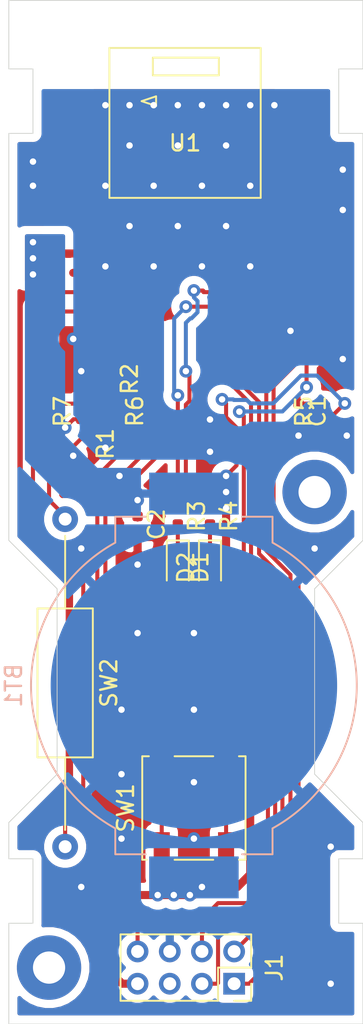
<source format=kicad_pcb>
(kicad_pcb (version 20171130) (host pcbnew 5.1.5+dfsg1-2build2)

  (general
    (thickness 1.6)
    (drawings 34)
    (tracks 267)
    (zones 0)
    (modules 16)
    (nets 10)
  )

  (page A4)
  (layers
    (0 F.Cu signal)
    (31 B.Cu signal)
    (32 B.Adhes user)
    (33 F.Adhes user)
    (34 B.Paste user)
    (35 F.Paste user)
    (36 B.SilkS user)
    (37 F.SilkS user)
    (38 B.Mask user)
    (39 F.Mask user)
    (40 Dwgs.User user)
    (41 Cmts.User user)
    (42 Eco1.User user)
    (43 Eco2.User user)
    (44 Edge.Cuts user)
    (45 Margin user)
    (46 B.CrtYd user)
    (47 F.CrtYd user)
    (48 B.Fab user hide)
    (49 F.Fab user hide)
  )

  (setup
    (last_trace_width 0.25)
    (user_trace_width 0.5)
    (user_trace_width 1)
    (trace_clearance 0.2)
    (zone_clearance 0.508)
    (zone_45_only no)
    (trace_min 0.2)
    (via_size 0.8)
    (via_drill 0.4)
    (via_min_size 0.4)
    (via_min_drill 0.3)
    (uvia_size 0.3)
    (uvia_drill 0.1)
    (uvias_allowed no)
    (uvia_min_size 0.2)
    (uvia_min_drill 0.1)
    (edge_width 0.05)
    (segment_width 0.2)
    (pcb_text_width 0.3)
    (pcb_text_size 1.5 1.5)
    (mod_edge_width 0.12)
    (mod_text_size 1 1)
    (mod_text_width 0.15)
    (pad_size 1.524 1.524)
    (pad_drill 0.762)
    (pad_to_mask_clearance 0.051)
    (solder_mask_min_width 0.25)
    (aux_axis_origin 0 0)
    (visible_elements FEFFFF7F)
    (pcbplotparams
      (layerselection 0x010fc_ffffffff)
      (usegerberextensions false)
      (usegerberattributes false)
      (usegerberadvancedattributes false)
      (creategerberjobfile false)
      (excludeedgelayer true)
      (linewidth 0.100000)
      (plotframeref false)
      (viasonmask false)
      (mode 1)
      (useauxorigin false)
      (hpglpennumber 1)
      (hpglpenspeed 20)
      (hpglpendiameter 15.000000)
      (psnegative false)
      (psa4output false)
      (plotreference true)
      (plotvalue true)
      (plotinvisibletext false)
      (padsonsilk false)
      (subtractmaskfromsilk false)
      (outputformat 1)
      (mirror false)
      (drillshape 1)
      (scaleselection 1)
      (outputdirectory ""))
  )

  (net 0 "")
  (net 1 "Net-(D1-Pad1)")
  (net 2 "Net-(D2-Pad1)")
  (net 3 GND)
  (net 4 +3V0)
  (net 5 RESET)
  (net 6 SW_TAMPER)
  (net 7 SW_MAGNET)
  (net 8 BATT_SPL)
  (net 9 SW_TAMPER_EN)

  (net_class Default "This is the default net class."
    (clearance 0.2)
    (trace_width 0.25)
    (via_dia 0.8)
    (via_drill 0.4)
    (uvia_dia 0.3)
    (uvia_drill 0.1)
    (add_net +3V0)
    (add_net BATT_SPL)
    (add_net GND)
    (add_net "Net-(D1-Pad1)")
    (add_net "Net-(D2-Pad1)")
    (add_net "Net-(J1-Pad5)")
    (add_net "Net-(U1-Pad1)")
    (add_net "Net-(U1-Pad10)")
    (add_net "Net-(U1-Pad11)")
    (add_net "Net-(U1-Pad12)")
    (add_net "Net-(U1-Pad13)")
    (add_net "Net-(U1-Pad14)")
    (add_net "Net-(U1-Pad2)")
    (add_net "Net-(U1-Pad3)")
    (add_net "Net-(U1-Pad4)")
    (add_net "Net-(U1-Pad5)")
    (add_net "Net-(U1-Pad6)")
    (add_net "Net-(U1-Pad7)")
    (add_net "Net-(U1-Pad8)")
    (add_net "Net-(U1-Pad9)")
    (add_net RESET)
    (add_net SW_MAGNET)
    (add_net SW_TAMPER)
    (add_net SW_TAMPER_EN)
  )

  (module pelle:holyiot17095 (layer F.Cu) (tedit 6186D170) (tstamp 61872DB0)
    (at 6.25 -51.25)
    (path /618713D1)
    (fp_text reference U1 (at 4.7 -3.4) (layer F.SilkS)
      (effects (font (size 1 1) (thickness 0.15)))
    )
    (fp_text value nrf52832_mod_holyiot17095 (at 4.7 -10.3) (layer F.Fab)
      (effects (font (size 1 1) (thickness 0.15)))
    )
    (fp_line (start 2.9 -5.7) (end 2 -6) (layer F.SilkS) (width 0.12))
    (fp_line (start 2.9 -6.3) (end 2.9 -5.7) (layer F.SilkS) (width 0.12))
    (fp_line (start 2 -6) (end 2.9 -6.3) (layer F.SilkS) (width 0.12))
    (fp_line (start 2.7 -7.6) (end 2.7 -8.7) (layer F.SilkS) (width 0.12))
    (fp_line (start 6.8 -7.6) (end 2.7 -7.6) (layer F.SilkS) (width 0.12))
    (fp_line (start 6.8 -8.7) (end 6.8 -7.6) (layer F.SilkS) (width 0.12))
    (fp_line (start 2.7 -8.7) (end 6.8 -8.7) (layer F.SilkS) (width 0.12))
    (fp_line (start 0 0) (end 9.4 0) (layer F.SilkS) (width 0.12))
    (fp_line (start 9.4 -9.3) (end 9.4 0) (layer F.SilkS) (width 0.12))
    (fp_line (start 0 -9.3) (end 9.4 -9.3) (layer F.SilkS) (width 0.12))
    (fp_line (start 0 0) (end 0 -9.3) (layer F.SilkS) (width 0.12))
    (pad 15 smd rect (at 8.8 -6.07) (size 1.2 1) (layers F.Cu F.Paste F.Mask))
    (pad 14 smd rect (at 8.8 -4.8) (size 1.2 1) (layers F.Cu F.Paste F.Mask))
    (pad 13 smd rect (at 8.8 -3.53) (size 1.2 1) (layers F.Cu F.Paste F.Mask))
    (pad 12 smd rect (at 8.8 -2.26) (size 1.2 1) (layers F.Cu F.Paste F.Mask))
    (pad 11 smd rect (at 8.8 -0.99) (size 1.2 1) (layers F.Cu F.Paste F.Mask))
    (pad 10 smd rect (at 7.24 -0.6 90) (size 1.2 1) (layers F.Cu F.Paste F.Mask))
    (pad 9 smd rect (at 5.97 -0.6 90) (size 1.2 1) (layers F.Cu F.Paste F.Mask))
    (pad 8 smd rect (at 4.7 -0.6 90) (size 1.2 1) (layers F.Cu F.Paste F.Mask))
    (pad 7 smd rect (at 3.43 -0.6 90) (size 1.2 1) (layers F.Cu F.Paste F.Mask))
    (pad 6 smd rect (at 2.16 -0.6 90) (size 1.2 1) (layers F.Cu F.Paste F.Mask))
    (pad 5 smd rect (at 0.6 -0.99) (size 1.2 1) (layers F.Cu F.Paste F.Mask))
    (pad 4 smd rect (at 0.6 -2.26) (size 1.2 1) (layers F.Cu F.Paste F.Mask))
    (pad 3 smd rect (at 0.6 -3.53) (size 1.2 1) (layers F.Cu F.Paste F.Mask))
    (pad 2 smd rect (at 0.6 -4.8) (size 1.2 1) (layers F.Cu F.Paste F.Mask))
    (pad 1 smd rect (at 0.6 -6.07) (size 1.2 1) (layers F.Cu F.Paste F.Mask))
  )

  (module Capacitor_SMD:C_0402_1005Metric (layer F.Cu) (tedit 5B301BBE) (tstamp 617ADBBF)
    (at 8 -31 270)
    (descr "Capacitor SMD 0402 (1005 Metric), square (rectangular) end terminal, IPC_7351 nominal, (Body size source: http://www.tortai-tech.com/upload/download/2011102023233369053.pdf), generated with kicad-footprint-generator")
    (tags capacitor)
    (path /617F524D)
    (attr smd)
    (fp_text reference C2 (at 0 -1.17 90) (layer F.SilkS)
      (effects (font (size 1 1) (thickness 0.15)))
    )
    (fp_text value 4.7uF (at 0 1.17 90) (layer F.Fab)
      (effects (font (size 1 1) (thickness 0.15)))
    )
    (fp_text user %R (at 0 0 90) (layer F.Fab)
      (effects (font (size 0.25 0.25) (thickness 0.04)))
    )
    (fp_line (start 0.93 0.47) (end -0.93 0.47) (layer F.CrtYd) (width 0.05))
    (fp_line (start 0.93 -0.47) (end 0.93 0.47) (layer F.CrtYd) (width 0.05))
    (fp_line (start -0.93 -0.47) (end 0.93 -0.47) (layer F.CrtYd) (width 0.05))
    (fp_line (start -0.93 0.47) (end -0.93 -0.47) (layer F.CrtYd) (width 0.05))
    (fp_line (start 0.5 0.25) (end -0.5 0.25) (layer F.Fab) (width 0.1))
    (fp_line (start 0.5 -0.25) (end 0.5 0.25) (layer F.Fab) (width 0.1))
    (fp_line (start -0.5 -0.25) (end 0.5 -0.25) (layer F.Fab) (width 0.1))
    (fp_line (start -0.5 0.25) (end -0.5 -0.25) (layer F.Fab) (width 0.1))
    (pad 2 smd roundrect (at 0.485 0 270) (size 0.59 0.64) (layers F.Cu F.Paste F.Mask) (roundrect_rratio 0.25)
      (net 3 GND))
    (pad 1 smd roundrect (at -0.485 0 270) (size 0.59 0.64) (layers F.Cu F.Paste F.Mask) (roundrect_rratio 0.25)
      (net 4 +3V0))
    (model ${KISYS3DMOD}/Capacitor_SMD.3dshapes/C_0402_1005Metric.wrl
      (at (xyz 0 0 0))
      (scale (xyz 1 1 1))
      (rotate (xyz 0 0 0))
    )
  )

  (module Resistor_THT:R_Axial_DIN0309_L9.0mm_D3.2mm_P20.32mm_Horizontal (layer F.Cu) (tedit 5AE5139B) (tstamp 61765EBF)
    (at 3.5 -31.32 270)
    (descr "Resistor, Axial_DIN0309 series, Axial, Horizontal, pin pitch=20.32mm, 0.5W = 1/2W, length*diameter=9*3.2mm^2, http://cdn-reichelt.de/documents/datenblatt/B400/1_4W%23YAG.pdf")
    (tags "Resistor Axial_DIN0309 series Axial Horizontal pin pitch 20.32mm 0.5W = 1/2W length 9mm diameter 3.2mm")
    (path /6176095A)
    (fp_text reference SW2 (at 10.16 -2.72 90) (layer F.SilkS)
      (effects (font (size 1 1) (thickness 0.15)))
    )
    (fp_text value SW_Reed (at 10.16 2.72 90) (layer F.Fab)
      (effects (font (size 1 1) (thickness 0.15)))
    )
    (fp_text user %R (at 10.16 0 90) (layer F.Fab)
      (effects (font (size 1 1) (thickness 0.15)))
    )
    (fp_line (start 21.37 -1.85) (end -1.05 -1.85) (layer F.CrtYd) (width 0.05))
    (fp_line (start 21.37 1.85) (end 21.37 -1.85) (layer F.CrtYd) (width 0.05))
    (fp_line (start -1.05 1.85) (end 21.37 1.85) (layer F.CrtYd) (width 0.05))
    (fp_line (start -1.05 -1.85) (end -1.05 1.85) (layer F.CrtYd) (width 0.05))
    (fp_line (start 19.28 0) (end 14.78 0) (layer F.SilkS) (width 0.12))
    (fp_line (start 1.04 0) (end 5.54 0) (layer F.SilkS) (width 0.12))
    (fp_line (start 14.78 -1.72) (end 5.54 -1.72) (layer F.SilkS) (width 0.12))
    (fp_line (start 14.78 1.72) (end 14.78 -1.72) (layer F.SilkS) (width 0.12))
    (fp_line (start 5.54 1.72) (end 14.78 1.72) (layer F.SilkS) (width 0.12))
    (fp_line (start 5.54 -1.72) (end 5.54 1.72) (layer F.SilkS) (width 0.12))
    (fp_line (start 20.32 0) (end 14.66 0) (layer F.Fab) (width 0.1))
    (fp_line (start 0 0) (end 5.66 0) (layer F.Fab) (width 0.1))
    (fp_line (start 14.66 -1.6) (end 5.66 -1.6) (layer F.Fab) (width 0.1))
    (fp_line (start 14.66 1.6) (end 14.66 -1.6) (layer F.Fab) (width 0.1))
    (fp_line (start 5.66 1.6) (end 14.66 1.6) (layer F.Fab) (width 0.1))
    (fp_line (start 5.66 -1.6) (end 5.66 1.6) (layer F.Fab) (width 0.1))
    (pad 2 thru_hole oval (at 20.32 0 270) (size 1.6 1.6) (drill 0.8) (layers *.Cu *.Mask))
    (pad 1 thru_hole circle (at 0 0 270) (size 1.6 1.6) (drill 0.8) (layers *.Cu *.Mask)
      (net 7 SW_MAGNET))
    (model ${KISYS3DMOD}/Resistor_THT.3dshapes/R_Axial_DIN0309_L9.0mm_D3.2mm_P20.32mm_Horizontal.wrl
      (at (xyz 0 0 0))
      (scale (xyz 1 1 1))
      (rotate (xyz 0 0 0))
    )
  )

  (module Resistor_SMD:R_0402_1005Metric (layer F.Cu) (tedit 5B301BBD) (tstamp 6179B62E)
    (at 4.5 -38 90)
    (descr "Resistor SMD 0402 (1005 Metric), square (rectangular) end terminal, IPC_7351 nominal, (Body size source: http://www.tortai-tech.com/upload/download/2011102023233369053.pdf), generated with kicad-footprint-generator")
    (tags resistor)
    (path /6180A531)
    (attr smd)
    (fp_text reference R7 (at 0 -1.17 90) (layer F.SilkS)
      (effects (font (size 1 1) (thickness 0.15)))
    )
    (fp_text value 100k (at 0 1.17 90) (layer F.Fab)
      (effects (font (size 1 1) (thickness 0.15)))
    )
    (fp_text user %R (at 0 0 90) (layer F.Fab)
      (effects (font (size 0.25 0.25) (thickness 0.04)))
    )
    (fp_line (start 0.93 0.47) (end -0.93 0.47) (layer F.CrtYd) (width 0.05))
    (fp_line (start 0.93 -0.47) (end 0.93 0.47) (layer F.CrtYd) (width 0.05))
    (fp_line (start -0.93 -0.47) (end 0.93 -0.47) (layer F.CrtYd) (width 0.05))
    (fp_line (start -0.93 0.47) (end -0.93 -0.47) (layer F.CrtYd) (width 0.05))
    (fp_line (start 0.5 0.25) (end -0.5 0.25) (layer F.Fab) (width 0.1))
    (fp_line (start 0.5 -0.25) (end 0.5 0.25) (layer F.Fab) (width 0.1))
    (fp_line (start -0.5 -0.25) (end 0.5 -0.25) (layer F.Fab) (width 0.1))
    (fp_line (start -0.5 0.25) (end -0.5 -0.25) (layer F.Fab) (width 0.1))
    (pad 2 smd roundrect (at 0.485 0 90) (size 0.59 0.64) (layers F.Cu F.Paste F.Mask) (roundrect_rratio 0.25)
      (net 7 SW_MAGNET))
    (pad 1 smd roundrect (at -0.485 0 90) (size 0.59 0.64) (layers F.Cu F.Paste F.Mask) (roundrect_rratio 0.25)
      (net 4 +3V0))
    (model ${KISYS3DMOD}/Resistor_SMD.3dshapes/R_0402_1005Metric.wrl
      (at (xyz 0 0 0))
      (scale (xyz 1 1 1))
      (rotate (xyz 0 0 0))
    )
  )

  (module Resistor_SMD:R_0402_1005Metric (layer F.Cu) (tedit 5B301BBD) (tstamp 6179B61F)
    (at 9 -38.015 90)
    (descr "Resistor SMD 0402 (1005 Metric), square (rectangular) end terminal, IPC_7351 nominal, (Body size source: http://www.tortai-tech.com/upload/download/2011102023233369053.pdf), generated with kicad-footprint-generator")
    (tags resistor)
    (path /617FE0A1)
    (attr smd)
    (fp_text reference R6 (at 0 -1.17 90) (layer F.SilkS)
      (effects (font (size 1 1) (thickness 0.15)))
    )
    (fp_text value 100k (at 0 1.17 90) (layer F.Fab)
      (effects (font (size 1 1) (thickness 0.15)))
    )
    (fp_text user %R (at 0 0 90) (layer F.Fab)
      (effects (font (size 0.25 0.25) (thickness 0.04)))
    )
    (fp_line (start 0.93 0.47) (end -0.93 0.47) (layer F.CrtYd) (width 0.05))
    (fp_line (start 0.93 -0.47) (end 0.93 0.47) (layer F.CrtYd) (width 0.05))
    (fp_line (start -0.93 -0.47) (end 0.93 -0.47) (layer F.CrtYd) (width 0.05))
    (fp_line (start -0.93 0.47) (end -0.93 -0.47) (layer F.CrtYd) (width 0.05))
    (fp_line (start 0.5 0.25) (end -0.5 0.25) (layer F.Fab) (width 0.1))
    (fp_line (start 0.5 -0.25) (end 0.5 0.25) (layer F.Fab) (width 0.1))
    (fp_line (start -0.5 -0.25) (end 0.5 -0.25) (layer F.Fab) (width 0.1))
    (fp_line (start -0.5 0.25) (end -0.5 -0.25) (layer F.Fab) (width 0.1))
    (pad 2 smd roundrect (at 0.485 0 90) (size 0.59 0.64) (layers F.Cu F.Paste F.Mask) (roundrect_rratio 0.25)
      (net 6 SW_TAMPER))
    (pad 1 smd roundrect (at -0.485 0 90) (size 0.59 0.64) (layers F.Cu F.Paste F.Mask) (roundrect_rratio 0.25)
      (net 4 +3V0))
    (model ${KISYS3DMOD}/Resistor_SMD.3dshapes/R_0402_1005Metric.wrl
      (at (xyz 0 0 0))
      (scale (xyz 1 1 1))
      (rotate (xyz 0 0 0))
    )
  )

  (module Resistor_SMD:R_0402_1005Metric (layer F.Cu) (tedit 5B301BBD) (tstamp 6179B602)
    (at 12.5 -31.5 270)
    (descr "Resistor SMD 0402 (1005 Metric), square (rectangular) end terminal, IPC_7351 nominal, (Body size source: http://www.tortai-tech.com/upload/download/2011102023233369053.pdf), generated with kicad-footprint-generator")
    (tags resistor)
    (path /6182C973)
    (attr smd)
    (fp_text reference R4 (at 0 -1.17 90) (layer F.SilkS)
      (effects (font (size 1 1) (thickness 0.15)))
    )
    (fp_text value 300 (at 0 1.17 90) (layer F.Fab)
      (effects (font (size 1 1) (thickness 0.15)))
    )
    (fp_text user %R (at 0 0 90) (layer F.Fab)
      (effects (font (size 0.25 0.25) (thickness 0.04)))
    )
    (fp_line (start 0.93 0.47) (end -0.93 0.47) (layer F.CrtYd) (width 0.05))
    (fp_line (start 0.93 -0.47) (end 0.93 0.47) (layer F.CrtYd) (width 0.05))
    (fp_line (start -0.93 -0.47) (end 0.93 -0.47) (layer F.CrtYd) (width 0.05))
    (fp_line (start -0.93 0.47) (end -0.93 -0.47) (layer F.CrtYd) (width 0.05))
    (fp_line (start 0.5 0.25) (end -0.5 0.25) (layer F.Fab) (width 0.1))
    (fp_line (start 0.5 -0.25) (end 0.5 0.25) (layer F.Fab) (width 0.1))
    (fp_line (start -0.5 -0.25) (end 0.5 -0.25) (layer F.Fab) (width 0.1))
    (fp_line (start -0.5 0.25) (end -0.5 -0.25) (layer F.Fab) (width 0.1))
    (pad 2 smd roundrect (at 0.485 0 270) (size 0.59 0.64) (layers F.Cu F.Paste F.Mask) (roundrect_rratio 0.25)
      (net 2 "Net-(D2-Pad1)"))
    (pad 1 smd roundrect (at -0.485 0 270) (size 0.59 0.64) (layers F.Cu F.Paste F.Mask) (roundrect_rratio 0.25))
    (model ${KISYS3DMOD}/Resistor_SMD.3dshapes/R_0402_1005Metric.wrl
      (at (xyz 0 0 0))
      (scale (xyz 1 1 1))
      (rotate (xyz 0 0 0))
    )
  )

  (module Resistor_SMD:R_0402_1005Metric (layer F.Cu) (tedit 5B301BBD) (tstamp 6179B5F3)
    (at 10.5 -31.5 270)
    (descr "Resistor SMD 0402 (1005 Metric), square (rectangular) end terminal, IPC_7351 nominal, (Body size source: http://www.tortai-tech.com/upload/download/2011102023233369053.pdf), generated with kicad-footprint-generator")
    (tags resistor)
    (path /6182CF78)
    (attr smd)
    (fp_text reference R3 (at 0 -1.17 90) (layer F.SilkS)
      (effects (font (size 1 1) (thickness 0.15)))
    )
    (fp_text value 240 (at 0 1.17 90) (layer F.Fab)
      (effects (font (size 1 1) (thickness 0.15)))
    )
    (fp_text user %R (at 0 0 90) (layer F.Fab)
      (effects (font (size 0.25 0.25) (thickness 0.04)))
    )
    (fp_line (start 0.93 0.47) (end -0.93 0.47) (layer F.CrtYd) (width 0.05))
    (fp_line (start 0.93 -0.47) (end 0.93 0.47) (layer F.CrtYd) (width 0.05))
    (fp_line (start -0.93 -0.47) (end 0.93 -0.47) (layer F.CrtYd) (width 0.05))
    (fp_line (start -0.93 0.47) (end -0.93 -0.47) (layer F.CrtYd) (width 0.05))
    (fp_line (start 0.5 0.25) (end -0.5 0.25) (layer F.Fab) (width 0.1))
    (fp_line (start 0.5 -0.25) (end 0.5 0.25) (layer F.Fab) (width 0.1))
    (fp_line (start -0.5 -0.25) (end 0.5 -0.25) (layer F.Fab) (width 0.1))
    (fp_line (start -0.5 0.25) (end -0.5 -0.25) (layer F.Fab) (width 0.1))
    (pad 2 smd roundrect (at 0.485 0 270) (size 0.59 0.64) (layers F.Cu F.Paste F.Mask) (roundrect_rratio 0.25)
      (net 1 "Net-(D1-Pad1)"))
    (pad 1 smd roundrect (at -0.485 0 270) (size 0.59 0.64) (layers F.Cu F.Paste F.Mask) (roundrect_rratio 0.25))
    (model ${KISYS3DMOD}/Resistor_SMD.3dshapes/R_0402_1005Metric.wrl
      (at (xyz 0 0 0))
      (scale (xyz 1 1 1))
      (rotate (xyz 0 0 0))
    )
  )

  (module Resistor_SMD:R_0402_1005Metric (layer F.Cu) (tedit 5B301BBD) (tstamp 6179B5E4)
    (at 7.5 -38.015 270)
    (descr "Resistor SMD 0402 (1005 Metric), square (rectangular) end terminal, IPC_7351 nominal, (Body size source: http://www.tortai-tech.com/upload/download/2011102023233369053.pdf), generated with kicad-footprint-generator")
    (tags resistor)
    (path /6186F811)
    (attr smd)
    (fp_text reference R2 (at -2 0 90) (layer F.SilkS)
      (effects (font (size 1 1) (thickness 0.15)))
    )
    (fp_text value 5k (at 0 1.17 90) (layer F.Fab)
      (effects (font (size 1 1) (thickness 0.15)))
    )
    (fp_text user %R (at 0 0 90) (layer F.Fab)
      (effects (font (size 0.25 0.25) (thickness 0.04)))
    )
    (fp_line (start 0.93 0.47) (end -0.93 0.47) (layer F.CrtYd) (width 0.05))
    (fp_line (start 0.93 -0.47) (end 0.93 0.47) (layer F.CrtYd) (width 0.05))
    (fp_line (start -0.93 -0.47) (end 0.93 -0.47) (layer F.CrtYd) (width 0.05))
    (fp_line (start -0.93 0.47) (end -0.93 -0.47) (layer F.CrtYd) (width 0.05))
    (fp_line (start 0.5 0.25) (end -0.5 0.25) (layer F.Fab) (width 0.1))
    (fp_line (start 0.5 -0.25) (end 0.5 0.25) (layer F.Fab) (width 0.1))
    (fp_line (start -0.5 -0.25) (end 0.5 -0.25) (layer F.Fab) (width 0.1))
    (fp_line (start -0.5 0.25) (end -0.5 -0.25) (layer F.Fab) (width 0.1))
    (pad 2 smd roundrect (at 0.485 0 270) (size 0.59 0.64) (layers F.Cu F.Paste F.Mask) (roundrect_rratio 0.25)
      (net 8 BATT_SPL))
    (pad 1 smd roundrect (at -0.485 0 270) (size 0.59 0.64) (layers F.Cu F.Paste F.Mask) (roundrect_rratio 0.25))
    (model ${KISYS3DMOD}/Resistor_SMD.3dshapes/R_0402_1005Metric.wrl
      (at (xyz 0 0 0))
      (scale (xyz 1 1 1))
      (rotate (xyz 0 0 0))
    )
  )

  (module Resistor_SMD:R_0402_1005Metric (layer F.Cu) (tedit 5B301BBD) (tstamp 617A8FC9)
    (at 6 -37.985 270)
    (descr "Resistor SMD 0402 (1005 Metric), square (rectangular) end terminal, IPC_7351 nominal, (Body size source: http://www.tortai-tech.com/upload/download/2011102023233369053.pdf), generated with kicad-footprint-generator")
    (tags resistor)
    (path /6186F291)
    (attr smd)
    (fp_text reference R1 (at 2 0 90) (layer F.SilkS)
      (effects (font (size 1 1) (thickness 0.15)))
    )
    (fp_text value 5k (at 0 1.17 90) (layer F.Fab)
      (effects (font (size 1 1) (thickness 0.15)))
    )
    (fp_text user %R (at 0 0 90) (layer F.Fab)
      (effects (font (size 0.25 0.25) (thickness 0.04)))
    )
    (fp_line (start 0.93 0.47) (end -0.93 0.47) (layer F.CrtYd) (width 0.05))
    (fp_line (start 0.93 -0.47) (end 0.93 0.47) (layer F.CrtYd) (width 0.05))
    (fp_line (start -0.93 -0.47) (end 0.93 -0.47) (layer F.CrtYd) (width 0.05))
    (fp_line (start -0.93 0.47) (end -0.93 -0.47) (layer F.CrtYd) (width 0.05))
    (fp_line (start 0.5 0.25) (end -0.5 0.25) (layer F.Fab) (width 0.1))
    (fp_line (start 0.5 -0.25) (end 0.5 0.25) (layer F.Fab) (width 0.1))
    (fp_line (start -0.5 -0.25) (end 0.5 -0.25) (layer F.Fab) (width 0.1))
    (fp_line (start -0.5 0.25) (end -0.5 -0.25) (layer F.Fab) (width 0.1))
    (pad 2 smd roundrect (at 0.485 0 270) (size 0.59 0.64) (layers F.Cu F.Paste F.Mask) (roundrect_rratio 0.25)
      (net 4 +3V0))
    (pad 1 smd roundrect (at -0.485 0 270) (size 0.59 0.64) (layers F.Cu F.Paste F.Mask) (roundrect_rratio 0.25)
      (net 8 BATT_SPL))
    (model ${KISYS3DMOD}/Resistor_SMD.3dshapes/R_0402_1005Metric.wrl
      (at (xyz 0 0 0))
      (scale (xyz 1 1 1))
      (rotate (xyz 0 0 0))
    )
  )

  (module Connector_PinSocket_2.00mm:PinSocket_2x04_P2.00mm_Vertical (layer F.Cu) (tedit 5A19A41D) (tstamp 61765E6F)
    (at 14 -2.5 270)
    (descr "Through hole straight socket strip, 2x04, 2.00mm pitch, double cols (from Kicad 4.0.7), script generated")
    (tags "Through hole socket strip THT 2x04 2.00mm double row")
    (path /61790EB2)
    (fp_text reference J1 (at -1 -2.5 90) (layer F.SilkS)
      (effects (font (size 1 1) (thickness 0.15)))
    )
    (fp_text value Conn_02x04_Top_Bottom (at -1 8.5 90) (layer F.Fab)
      (effects (font (size 1 1) (thickness 0.15)))
    )
    (fp_text user %R (at -1 3) (layer F.Fab)
      (effects (font (size 1 1) (thickness 0.15)))
    )
    (fp_line (start -3.5 7.5) (end -3.5 -1.5) (layer F.CrtYd) (width 0.05))
    (fp_line (start 1.5 7.5) (end -3.5 7.5) (layer F.CrtYd) (width 0.05))
    (fp_line (start 1.5 -1.5) (end 1.5 7.5) (layer F.CrtYd) (width 0.05))
    (fp_line (start -3.5 -1.5) (end 1.5 -1.5) (layer F.CrtYd) (width 0.05))
    (fp_line (start 0 -1.06) (end 1.06 -1.06) (layer F.SilkS) (width 0.12))
    (fp_line (start 1.06 -1.06) (end 1.06 0) (layer F.SilkS) (width 0.12))
    (fp_line (start -1 -1.06) (end -1 1) (layer F.SilkS) (width 0.12))
    (fp_line (start -1 1) (end 1.06 1) (layer F.SilkS) (width 0.12))
    (fp_line (start 1.06 1) (end 1.06 7.06) (layer F.SilkS) (width 0.12))
    (fp_line (start -3.06 7.06) (end 1.06 7.06) (layer F.SilkS) (width 0.12))
    (fp_line (start -3.06 -1.06) (end -3.06 7.06) (layer F.SilkS) (width 0.12))
    (fp_line (start -3.06 -1.06) (end -1 -1.06) (layer F.SilkS) (width 0.12))
    (fp_line (start -3 7) (end -3 -1) (layer F.Fab) (width 0.1))
    (fp_line (start 1 7) (end -3 7) (layer F.Fab) (width 0.1))
    (fp_line (start 1 0) (end 1 7) (layer F.Fab) (width 0.1))
    (fp_line (start 0 -1) (end 1 0) (layer F.Fab) (width 0.1))
    (fp_line (start -3 -1) (end 0 -1) (layer F.Fab) (width 0.1))
    (pad 8 thru_hole oval (at -2 6 270) (size 1.35 1.35) (drill 0.8) (layers *.Cu *.Mask)
      (net 5 RESET))
    (pad 7 thru_hole oval (at 0 6 270) (size 1.35 1.35) (drill 0.8) (layers *.Cu *.Mask)
      (net 4 +3V0))
    (pad 6 thru_hole oval (at -2 4 270) (size 1.35 1.35) (drill 0.8) (layers *.Cu *.Mask)
      (net 3 GND))
    (pad 5 thru_hole oval (at 0 4 270) (size 1.35 1.35) (drill 0.8) (layers *.Cu *.Mask))
    (pad 4 thru_hole oval (at -2 2 270) (size 1.35 1.35) (drill 0.8) (layers *.Cu *.Mask))
    (pad 3 thru_hole oval (at 0 2 270) (size 1.35 1.35) (drill 0.8) (layers *.Cu *.Mask))
    (pad 2 thru_hole oval (at -2 0 270) (size 1.35 1.35) (drill 0.8) (layers *.Cu *.Mask))
    (pad 1 thru_hole rect (at 0 0 270) (size 1.35 1.35) (drill 0.8) (layers *.Cu *.Mask))
    (model ${KISYS3DMOD}/Connector_PinSocket_2.00mm.3dshapes/PinSocket_2x04_P2.00mm_Vertical.wrl
      (at (xyz 0 0 0))
      (scale (xyz 1 1 1))
      (rotate (xyz 0 0 0))
    )
  )

  (module Button_Switch_SMD:SW_Push_1P1T_NO_CK_KSC6xxJ (layer F.Cu) (tedit 5C63FDBF) (tstamp 61765DBA)
    (at 11.5 -13.4 270)
    (descr "CK components KSC6 tactile switch https://www.ckswitches.com/media/1972/ksc6.pdf")
    (tags "tactile switch ksc6")
    (path /617830E9)
    (attr smd)
    (fp_text reference SW1 (at 0 4.24 90) (layer F.SilkS)
      (effects (font (size 1 1) (thickness 0.15)))
    )
    (fp_text value SW_DPST_x2 (at 0 -4.23 90) (layer F.Fab)
      (effects (font (size 1 1) (thickness 0.15)))
    )
    (fp_line (start -3.21 -1.2) (end -3.21 1.2) (layer F.SilkS) (width 0.12))
    (fp_line (start -3.21 -3.21) (end -3.21 -2.8) (layer F.SilkS) (width 0.12))
    (fp_line (start 3.21 -3.21) (end -3.21 -3.21) (layer F.SilkS) (width 0.12))
    (fp_line (start 3.21 -2.8) (end 3.21 -3.21) (layer F.SilkS) (width 0.12))
    (fp_line (start 3.21 1.2) (end 3.21 -1.2) (layer F.SilkS) (width 0.12))
    (fp_line (start 3.21 3.21) (end 3.21 2.93) (layer F.SilkS) (width 0.12))
    (fp_line (start -3.21 3.21) (end 3.21 3.21) (layer F.SilkS) (width 0.12))
    (fp_line (start -3.21 2.8) (end -3.21 3.21) (layer F.SilkS) (width 0.12))
    (fp_circle (center 0 0) (end 1.45 0) (layer F.Fab) (width 0.1))
    (fp_line (start -4.55 3.35) (end -4.55 -3.35) (layer F.CrtYd) (width 0.05))
    (fp_line (start 4.55 3.35) (end -4.55 3.35) (layer F.CrtYd) (width 0.05))
    (fp_line (start 4.55 -3.35) (end 4.55 3.35) (layer F.CrtYd) (width 0.05))
    (fp_line (start -4.55 -3.35) (end 4.55 -3.35) (layer F.CrtYd) (width 0.05))
    (fp_text user %R (at 0 0 90) (layer F.Fab)
      (effects (font (size 1 1) (thickness 0.15)))
    )
    (fp_line (start -3.1 3.1) (end -3.1 -3.1) (layer F.Fab) (width 0.1))
    (fp_line (start 3.1 3.1) (end -3.1 3.1) (layer F.Fab) (width 0.1))
    (fp_line (start 3.1 -3.1) (end 3.1 3.1) (layer F.Fab) (width 0.1))
    (fp_line (start -3.1 -3.1) (end 3.1 -3.1) (layer F.Fab) (width 0.1))
    (pad 2 smd rect (at 2.9 2 270) (size 2.8 1) (layers F.Cu F.Paste F.Mask)
      (net 9 SW_TAMPER_EN))
    (pad 2 smd rect (at -2.9 2 270) (size 2.8 1) (layers F.Cu F.Paste F.Mask)
      (net 9 SW_TAMPER_EN))
    (pad 1 smd rect (at 2.9 -2 270) (size 2.8 1) (layers F.Cu F.Paste F.Mask)
      (net 6 SW_TAMPER))
    (pad 1 smd rect (at -2.9 -2 270) (size 2.8 1) (layers F.Cu F.Paste F.Mask)
      (net 6 SW_TAMPER))
    (model ${KISYS3DMOD}/Button_Switch_SMD.3dshapes/SW_push_1P1T_NO_CK_KSC6xxJxxx.wrl
      (at (xyz 0 0 0))
      (scale (xyz 1 1 1))
      (rotate (xyz 0 0 0))
    )
  )

  (module Resistor_SMD:R_0402_1005Metric (layer F.Cu) (tedit 5B301BBD) (tstamp 61765EFF)
    (at 19.5 -38 90)
    (descr "Resistor SMD 0402 (1005 Metric), square (rectangular) end terminal, IPC_7351 nominal, (Body size source: http://www.tortai-tech.com/upload/download/2011102023233369053.pdf), generated with kicad-footprint-generator")
    (tags resistor)
    (path /617A18BC)
    (attr smd)
    (fp_text reference R5 (at 0 -1.17 90) (layer F.SilkS)
      (effects (font (size 1 1) (thickness 0.15)))
    )
    (fp_text value 10k (at 0 1.17 90) (layer F.Fab)
      (effects (font (size 1 1) (thickness 0.15)))
    )
    (fp_text user %R (at 0 0 90) (layer F.Fab)
      (effects (font (size 0.25 0.25) (thickness 0.04)))
    )
    (fp_line (start 0.93 0.47) (end -0.93 0.47) (layer F.CrtYd) (width 0.05))
    (fp_line (start 0.93 -0.47) (end 0.93 0.47) (layer F.CrtYd) (width 0.05))
    (fp_line (start -0.93 -0.47) (end 0.93 -0.47) (layer F.CrtYd) (width 0.05))
    (fp_line (start -0.93 0.47) (end -0.93 -0.47) (layer F.CrtYd) (width 0.05))
    (fp_line (start 0.5 0.25) (end -0.5 0.25) (layer F.Fab) (width 0.1))
    (fp_line (start 0.5 -0.25) (end 0.5 0.25) (layer F.Fab) (width 0.1))
    (fp_line (start -0.5 -0.25) (end 0.5 -0.25) (layer F.Fab) (width 0.1))
    (fp_line (start -0.5 0.25) (end -0.5 -0.25) (layer F.Fab) (width 0.1))
    (pad 2 smd roundrect (at 0.485 0 90) (size 0.59 0.64) (layers F.Cu F.Paste F.Mask) (roundrect_rratio 0.25)
      (net 5 RESET))
    (pad 1 smd roundrect (at -0.485 0 90) (size 0.59 0.64) (layers F.Cu F.Paste F.Mask) (roundrect_rratio 0.25)
      (net 4 +3V0))
    (model ${KISYS3DMOD}/Resistor_SMD.3dshapes/R_0402_1005Metric.wrl
      (at (xyz 0 0 0))
      (scale (xyz 1 1 1))
      (rotate (xyz 0 0 0))
    )
  )

  (module LED_SMD:LED_0603_1608Metric_Castellated (layer F.Cu) (tedit 5B301BBE) (tstamp 61765DFE)
    (at 12.5 -28.3125 270)
    (descr "LED SMD 0603 (1608 Metric), castellated end terminal, IPC_7351 nominal, (Body size source: http://www.tortai-tech.com/upload/download/2011102023233369053.pdf), generated with kicad-footprint-generator")
    (tags "LED castellated")
    (path /617A0C9E)
    (attr smd)
    (fp_text reference D2 (at 0 1.5 90) (layer F.SilkS)
      (effects (font (size 1 1) (thickness 0.15)))
    )
    (fp_text value LED (at 0 1.38 90) (layer F.Fab)
      (effects (font (size 1 1) (thickness 0.15)))
    )
    (fp_text user %R (at 0 0 90) (layer F.Fab)
      (effects (font (size 0.4 0.4) (thickness 0.06)))
    )
    (fp_line (start 1.68 0.68) (end -1.68 0.68) (layer F.CrtYd) (width 0.05))
    (fp_line (start 1.68 -0.68) (end 1.68 0.68) (layer F.CrtYd) (width 0.05))
    (fp_line (start -1.68 -0.68) (end 1.68 -0.68) (layer F.CrtYd) (width 0.05))
    (fp_line (start -1.68 0.68) (end -1.68 -0.68) (layer F.CrtYd) (width 0.05))
    (fp_line (start -1.685 0.685) (end 0.8 0.685) (layer F.SilkS) (width 0.12))
    (fp_line (start -1.685 -0.685) (end -1.685 0.685) (layer F.SilkS) (width 0.12))
    (fp_line (start 0.8 -0.685) (end -1.685 -0.685) (layer F.SilkS) (width 0.12))
    (fp_line (start 0.8 0.4) (end 0.8 -0.4) (layer F.Fab) (width 0.1))
    (fp_line (start -0.8 0.4) (end 0.8 0.4) (layer F.Fab) (width 0.1))
    (fp_line (start -0.8 -0.1) (end -0.8 0.4) (layer F.Fab) (width 0.1))
    (fp_line (start -0.5 -0.4) (end -0.8 -0.1) (layer F.Fab) (width 0.1))
    (fp_line (start 0.8 -0.4) (end -0.5 -0.4) (layer F.Fab) (width 0.1))
    (pad 2 smd roundrect (at 0.8125 0 270) (size 1.225 0.85) (layers F.Cu F.Paste F.Mask) (roundrect_rratio 0.25)
      (net 4 +3V0))
    (pad 1 smd roundrect (at -0.8125 0 270) (size 1.225 0.85) (layers F.Cu F.Paste F.Mask) (roundrect_rratio 0.25)
      (net 2 "Net-(D2-Pad1)"))
    (model ${KISYS3DMOD}/LED_SMD.3dshapes/LED_0603_1608Metric_Castellated.wrl
      (at (xyz 0 0 0))
      (scale (xyz 1 1 1))
      (rotate (xyz 0 0 0))
    )
  )

  (module LED_SMD:LED_0603_1608Metric_Castellated (layer F.Cu) (tedit 5B301BBE) (tstamp 61765FBD)
    (at 10.5 -28.3125 270)
    (descr "LED SMD 0603 (1608 Metric), castellated end terminal, IPC_7351 nominal, (Body size source: http://www.tortai-tech.com/upload/download/2011102023233369053.pdf), generated with kicad-footprint-generator")
    (tags "LED castellated")
    (path /617A084D)
    (attr smd)
    (fp_text reference D1 (at 0 -1.38 90) (layer F.SilkS)
      (effects (font (size 1 1) (thickness 0.15)))
    )
    (fp_text value LED (at 0 1.38 90) (layer F.Fab)
      (effects (font (size 1 1) (thickness 0.15)))
    )
    (fp_text user %R (at 0 0 90) (layer F.Fab)
      (effects (font (size 0.4 0.4) (thickness 0.06)))
    )
    (fp_line (start 1.68 0.68) (end -1.68 0.68) (layer F.CrtYd) (width 0.05))
    (fp_line (start 1.68 -0.68) (end 1.68 0.68) (layer F.CrtYd) (width 0.05))
    (fp_line (start -1.68 -0.68) (end 1.68 -0.68) (layer F.CrtYd) (width 0.05))
    (fp_line (start -1.68 0.68) (end -1.68 -0.68) (layer F.CrtYd) (width 0.05))
    (fp_line (start -1.685 0.685) (end 0.8 0.685) (layer F.SilkS) (width 0.12))
    (fp_line (start -1.685 -0.685) (end -1.685 0.685) (layer F.SilkS) (width 0.12))
    (fp_line (start 0.8 -0.685) (end -1.685 -0.685) (layer F.SilkS) (width 0.12))
    (fp_line (start 0.8 0.4) (end 0.8 -0.4) (layer F.Fab) (width 0.1))
    (fp_line (start -0.8 0.4) (end 0.8 0.4) (layer F.Fab) (width 0.1))
    (fp_line (start -0.8 -0.1) (end -0.8 0.4) (layer F.Fab) (width 0.1))
    (fp_line (start -0.5 -0.4) (end -0.8 -0.1) (layer F.Fab) (width 0.1))
    (fp_line (start 0.8 -0.4) (end -0.5 -0.4) (layer F.Fab) (width 0.1))
    (pad 2 smd roundrect (at 0.8125 0 270) (size 1.225 0.85) (layers F.Cu F.Paste F.Mask) (roundrect_rratio 0.25)
      (net 4 +3V0))
    (pad 1 smd roundrect (at -0.8125 0 270) (size 1.225 0.85) (layers F.Cu F.Paste F.Mask) (roundrect_rratio 0.25)
      (net 1 "Net-(D1-Pad1)"))
    (model ${KISYS3DMOD}/LED_SMD.3dshapes/LED_0603_1608Metric_Castellated.wrl
      (at (xyz 0 0 0))
      (scale (xyz 1 1 1))
      (rotate (xyz 0 0 0))
    )
  )

  (module Capacitor_SMD:C_0402_1005Metric (layer F.Cu) (tedit 5B301BBE) (tstamp 617A7B2E)
    (at 18 -38 270)
    (descr "Capacitor SMD 0402 (1005 Metric), square (rectangular) end terminal, IPC_7351 nominal, (Body size source: http://www.tortai-tech.com/upload/download/2011102023233369053.pdf), generated with kicad-footprint-generator")
    (tags capacitor)
    (path /617A1DD9)
    (attr smd)
    (fp_text reference C1 (at 0 -1.17 90) (layer F.SilkS)
      (effects (font (size 1 1) (thickness 0.15)))
    )
    (fp_text value 0.1uF (at 0 1.17 90) (layer F.Fab)
      (effects (font (size 1 1) (thickness 0.15)))
    )
    (fp_text user %R (at 0 0 90) (layer F.Fab)
      (effects (font (size 0.25 0.25) (thickness 0.04)))
    )
    (fp_line (start 0.93 0.47) (end -0.93 0.47) (layer F.CrtYd) (width 0.05))
    (fp_line (start 0.93 -0.47) (end 0.93 0.47) (layer F.CrtYd) (width 0.05))
    (fp_line (start -0.93 -0.47) (end 0.93 -0.47) (layer F.CrtYd) (width 0.05))
    (fp_line (start -0.93 0.47) (end -0.93 -0.47) (layer F.CrtYd) (width 0.05))
    (fp_line (start 0.5 0.25) (end -0.5 0.25) (layer F.Fab) (width 0.1))
    (fp_line (start 0.5 -0.25) (end 0.5 0.25) (layer F.Fab) (width 0.1))
    (fp_line (start -0.5 -0.25) (end 0.5 -0.25) (layer F.Fab) (width 0.1))
    (fp_line (start -0.5 0.25) (end -0.5 -0.25) (layer F.Fab) (width 0.1))
    (pad 2 smd roundrect (at 0.485 0 270) (size 0.59 0.64) (layers F.Cu F.Paste F.Mask) (roundrect_rratio 0.25)
      (net 3 GND))
    (pad 1 smd roundrect (at -0.485 0 270) (size 0.59 0.64) (layers F.Cu F.Paste F.Mask) (roundrect_rratio 0.25)
      (net 5 RESET))
    (model ${KISYS3DMOD}/Capacitor_SMD.3dshapes/C_0402_1005Metric.wrl
      (at (xyz 0 0 0))
      (scale (xyz 1 1 1))
      (rotate (xyz 0 0 0))
    )
  )

  (module Battery:BatteryHolder_MPD_BC2003_1x2032 (layer B.Cu) (tedit 5D9C8106) (tstamp 617AB522)
    (at 11.5 -21 270)
    (descr http://www.memoryprotectiondevices.com/datasheets/BC-2003-datasheet.pdf)
    (tags "BC2003 CR2032 2032 Battery Holder")
    (path /617606C5)
    (attr smd)
    (fp_text reference BT1 (at 0 11.2 270) (layer B.SilkS)
      (effects (font (size 1 1) (thickness 0.15)) (justify mirror))
    )
    (fp_text value Battery_Cell (at 0 -11.2 270) (layer B.Fab)
      (effects (font (size 1 1) (thickness 0.15)) (justify mirror))
    )
    (fp_arc (start 0 0) (end -8.86291 -4.885) (angle 122.3) (layer B.SilkS) (width 0.12))
    (fp_arc (start 0 0) (end 8.86291 4.885) (angle 122.2752329) (layer B.SilkS) (width 0.12))
    (fp_arc (start 0 0) (end -8.94 -5.01) (angle 121.3) (layer B.CrtYd) (width 0.05))
    (fp_line (start -10.6 -5.01) (end -8.94 -5.01) (layer B.CrtYd) (width 0.05))
    (fp_line (start -10.6 -5.01) (end -10.6 -3.03) (layer B.CrtYd) (width 0.05))
    (fp_line (start -13.45 -3.03) (end -10.6 -3.03) (layer B.CrtYd) (width 0.05))
    (fp_line (start -13.45 3.03) (end -13.45 -3.03) (layer B.CrtYd) (width 0.05))
    (fp_line (start -10.6 3.03) (end -13.45 3.03) (layer B.CrtYd) (width 0.05))
    (fp_line (start -10.6 5.01) (end -10.6 3.03) (layer B.CrtYd) (width 0.05))
    (fp_line (start -8.94 5.01) (end -10.6 5.01) (layer B.CrtYd) (width 0.05))
    (fp_line (start 8.94 -5.01) (end 10.6 -5.01) (layer B.CrtYd) (width 0.05))
    (fp_arc (start 0 0) (end 8.94 5.01) (angle 121.4) (layer B.CrtYd) (width 0.05))
    (fp_line (start 10.6 -5.01) (end 10.6 -3.03) (layer B.CrtYd) (width 0.05))
    (fp_line (start 10.6 -3.03) (end 13.45 -3.03) (layer B.CrtYd) (width 0.05))
    (fp_line (start 13.45 3.03) (end 13.45 -3.03) (layer B.CrtYd) (width 0.05))
    (fp_line (start 10.6 3.03) (end 13.45 3.03) (layer B.CrtYd) (width 0.05))
    (fp_line (start 10.6 5.01) (end 10.6 3.03) (layer B.CrtYd) (width 0.05))
    (fp_line (start 8.94 5.01) (end 10.6 5.01) (layer B.CrtYd) (width 0.05))
    (fp_line (start 10.47 -4.885) (end 8.86291 -4.885) (layer B.SilkS) (width 0.12))
    (fp_line (start -10.47 -4.885) (end -8.86291 -4.885) (layer B.SilkS) (width 0.12))
    (fp_line (start 10.47 4.885) (end 8.86291 4.885) (layer B.SilkS) (width 0.12))
    (fp_line (start 10.47 -3) (end 10.47 -4.885) (layer B.SilkS) (width 0.12))
    (fp_line (start -10.47 -3) (end -10.47 -4.885) (layer B.SilkS) (width 0.12))
    (fp_line (start 10.47 3) (end 10.47 4.885) (layer B.SilkS) (width 0.12))
    (fp_line (start -10.47 3) (end -10.47 4.885) (layer B.SilkS) (width 0.12))
    (fp_line (start -10.47 4.885) (end -8.86291 4.885) (layer B.SilkS) (width 0.12))
    (fp_text user %R (at 0 0 270) (layer B.Fab)
      (effects (font (size 1 1) (thickness 0.15)) (justify mirror))
    )
    (fp_line (start -12.7 1.825) (end -12.7 -1.825) (layer B.Fab) (width 0.1))
    (fp_line (start -12.7 -1.825) (end -12 -2.525) (layer B.Fab) (width 0.1))
    (fp_line (start -12.7 1.825) (end -12 2.525) (layer B.Fab) (width 0.1))
    (fp_line (start -10.35 -2.525) (end -12 -2.525) (layer B.Fab) (width 0.1))
    (fp_line (start -10.35 2.525) (end -12 2.525) (layer B.Fab) (width 0.1))
    (fp_line (start 12.7 1.825) (end 12.7 -1.825) (layer B.Fab) (width 0.1))
    (fp_line (start 12.7 -1.825) (end 12 -2.525) (layer B.Fab) (width 0.1))
    (fp_line (start 12.7 1.825) (end 12 2.525) (layer B.Fab) (width 0.1))
    (fp_line (start 10.35 2.525) (end 12 2.525) (layer B.Fab) (width 0.1))
    (fp_line (start 10.35 -2.525) (end 12 -2.525) (layer B.Fab) (width 0.1))
    (fp_line (start 10.35 -4.765) (end 10.35 4.765) (layer B.Fab) (width 0.1))
    (fp_line (start -10.35 -4.765) (end -10.35 4.765) (layer B.Fab) (width 0.1))
    (fp_line (start -10.35 4.765) (end 10.35 4.765) (layer B.Fab) (width 0.1))
    (fp_line (start -10.35 -4.765) (end 10.35 -4.765) (layer B.Fab) (width 0.1))
    (pad 1 smd rect (at -11.905 0 270) (size 2.6 5.56) (layers B.Cu B.Paste B.Mask)
      (net 4 +3V0))
    (pad 1 smd rect (at 11.905 0 270) (size 2.6 5.56) (layers B.Cu B.Paste B.Mask)
      (net 4 +3V0))
    (pad 2 smd circle (at 0 0 270) (size 17.8 17.8) (layers B.Cu B.Mask)
      (net 3 GND))
    (model ${KISYS3DMOD}/Battery.3dshapes/BatteryHolder_MPD_BC2003_1x2032.wrl
      (at (xyz 0 0 0))
      (scale (xyz 1 1 1))
      (rotate (xyz 0 0 0))
    )
  )

  (gr_line (start 22 -63.5) (end 22 -61.5) (layer Edge.Cuts) (width 0.05) (tstamp 617B05FD))
  (gr_line (start 0 -63.5) (end 22 -63.5) (layer Edge.Cuts) (width 0.05))
  (gr_line (start 0 -61.5) (end 0 -63.5) (layer Edge.Cuts) (width 0.05))
  (gr_line (start 0 -55.25) (end 0 -55) (layer Edge.Cuts) (width 0.05) (tstamp 617B05FC))
  (gr_line (start 22 -55) (end 22 -55.25) (layer Edge.Cuts) (width 0.05) (tstamp 617B05FB))
  (gr_line (start 0 -59.25) (end 0 -61.5) (layer Edge.Cuts) (width 0.05) (tstamp 617B0590))
  (gr_line (start 1.5 -55.25) (end 1.5 -59.25) (layer Edge.Cuts) (width 0.05) (tstamp 617B058F))
  (gr_line (start 0 -55.25) (end 1.5 -55.25) (layer Edge.Cuts) (width 0.05) (tstamp 617B058E))
  (gr_line (start 1.5 -59.25) (end 0 -59.25) (layer Edge.Cuts) (width 0.05) (tstamp 617B058D))
  (gr_line (start 20.5 -59.25) (end 22 -59.25) (layer Edge.Cuts) (width 0.05) (tstamp 617B0445))
  (gr_line (start 22 -55.25) (end 20.5 -55.25) (layer Edge.Cuts) (width 0.05) (tstamp 617B0443))
  (gr_line (start 22 -61.5) (end 22 -59.25) (layer Edge.Cuts) (width 0.05) (tstamp 617B0442))
  (gr_line (start 20.5 -55.25) (end 20.5 -59.25) (layer Edge.Cuts) (width 0.05) (tstamp 617B0441))
  (gr_line (start 0 -10.25) (end 0 -12.5) (layer Edge.Cuts) (width 0.05) (tstamp 617B043E))
  (gr_line (start 0 0) (end 0 -6.25) (layer Edge.Cuts) (width 0.05) (tstamp 617B043D))
  (gr_poly (pts (xy 4.5 -4.5) (xy 4.5 -2.5) (xy 3.5 -1.5) (xy 1.5 -1.5) (xy 0.5 -2.5) (xy 0.5 -4.5) (xy 1.5 -5.5) (xy 3.5 -5.5)) (layer F.Mask) (width 0.1))
  (gr_line (start 22 -12.5) (end 22 -10.25) (layer Edge.Cuts) (width 0.05) (tstamp 617B0432))
  (gr_line (start 22 -6.25) (end 22 0) (layer Edge.Cuts) (width 0.05) (tstamp 617B0431))
  (gr_line (start 19 -15.5) (end 22 -12.5) (layer Edge.Cuts) (width 0.05))
  (gr_line (start 22 -6.25) (end 20.5 -6.25) (layer Edge.Cuts) (width 0.05))
  (gr_line (start 20.5 -10.25) (end 22 -10.25) (layer Edge.Cuts) (width 0.05))
  (gr_line (start 20.5 -6.25) (end 20.5 -10.25) (layer Edge.Cuts) (width 0.05))
  (gr_line (start 1.5 -10.25) (end 0 -10.25) (layer Edge.Cuts) (width 0.05))
  (gr_line (start 1.5 -6.25) (end 1.5 -10.25) (layer Edge.Cuts) (width 0.05))
  (gr_line (start 0 -6.25) (end 1.5 -6.25) (layer Edge.Cuts) (width 0.05))
  (gr_poly (pts (xy 21 -34) (xy 21 -32) (xy 20 -31) (xy 18 -31) (xy 17 -32) (xy 17 -34) (xy 18 -35) (xy 20 -35)) (layer F.Mask) (width 0.1) (tstamp 617A99E2))
  (gr_line (start 3 -27) (end 0 -30) (layer Edge.Cuts) (width 0.05) (tstamp 61766260))
  (gr_line (start 3 -15.5) (end 3 -27) (layer Edge.Cuts) (width 0.05))
  (gr_line (start 0 -12.5) (end 3 -15.5) (layer Edge.Cuts) (width 0.05))
  (gr_line (start 19 -27) (end 19 -15.5) (layer Edge.Cuts) (width 0.05))
  (gr_line (start 22 -30) (end 19 -27) (layer Edge.Cuts) (width 0.05))
  (gr_line (start 22 -30) (end 22 -55) (layer Edge.Cuts) (width 0.05) (tstamp 61766226))
  (gr_line (start 0 0) (end 22 0) (layer Edge.Cuts) (width 0.05) (tstamp 61765E50))
  (gr_line (start 0 -55) (end 0 -30) (layer Edge.Cuts) (width 0.05) (tstamp 6176621C))

  (via (at 2.5 -3.5) (size 4) (drill 2) (layers F.Cu B.Cu) (net 0))
  (via (at 19 -33) (size 4) (drill 2) (layers F.Cu B.Cu) (net 0) (tstamp 617A99E1))
  (segment (start 10.5 -29.125) (end 10.5 -31.015) (width 0.25) (layer F.Cu) (net 1))
  (segment (start 12.5 -29.125) (end 12.5 -31.015) (width 0.25) (layer F.Cu) (net 2))
  (segment (start 14.925 -2.5) (end 14 -2.5) (width 0.25) (layer F.Cu) (net 0))
  (segment (start 18 -5.575) (end 14.925 -2.5) (width 0.25) (layer F.Cu) (net 0))
  (segment (start 16.674999 -29.325001) (end 18 -28) (width 0.25) (layer F.Cu) (net 0))
  (segment (start 18 -28) (end 18 -5.575) (width 0.25) (layer F.Cu) (net 0))
  (segment (start 18.642478 -49) (end 19.87502 -47.767458) (width 0.25) (layer F.Cu) (net 0))
  (segment (start 17.8 -49) (end 18.642478 -49) (width 0.25) (layer F.Cu) (net 0))
  (segment (start 19.87502 -47.767458) (end 19.875019 -42.988609) (width 0.25) (layer F.Cu) (net 0))
  (segment (start 16.45001 -39.5636) (end 16.45001 -39.4364) (width 0.25) (layer F.Cu) (net 0))
  (segment (start 19.875019 -42.988609) (end 16.45001 -39.5636) (width 0.25) (layer F.Cu) (net 0))
  (segment (start 16.45001 -39.4364) (end 16.45001 -29.54999) (width 0.25) (layer F.Cu) (net 0))
  (segment (start 16.45001 -29.54999) (end 16.875 -29.125) (width 0.25) (layer F.Cu) (net 0))
  (segment (start 16 -29.36359) (end 17.5 -27.86359) (width 0.25) (layer F.Cu) (net 0))
  (segment (start 17.8 -47.8) (end 19.2 -47.8) (width 0.25) (layer F.Cu) (net 0))
  (segment (start 19.42501 -47.57499) (end 19.42501 -43.17501) (width 0.25) (layer F.Cu) (net 0))
  (segment (start 19.2 -47.8) (end 19.42501 -47.57499) (width 0.25) (layer F.Cu) (net 0))
  (segment (start 16 -39.75) (end 16 -39.25) (width 0.25) (layer F.Cu) (net 0))
  (segment (start 19.42501 -43.17501) (end 16 -39.75) (width 0.25) (layer F.Cu) (net 0))
  (segment (start 16 -39.25) (end 16 -29.36359) (width 0.25) (layer F.Cu) (net 0))
  (segment (start 16 -39.5) (end 16 -39.25) (width 0.25) (layer F.Cu) (net 0))
  (segment (start 17.5 -8) (end 17.5 -27.86359) (width 0.25) (layer F.Cu) (net 0))
  (segment (start 14 -4.5) (end 17.5 -8) (width 0.25) (layer F.Cu) (net 0))
  (segment (start 13.5 -6.5) (end 13 -6) (width 0.25) (layer F.Cu) (net 0))
  (segment (start 15.13641 -6.5) (end 13.5 -6.5) (width 0.25) (layer F.Cu) (net 0))
  (segment (start 17 -8.36359) (end 15.13641 -6.5) (width 0.25) (layer F.Cu) (net 0))
  (segment (start 17 -27.72718) (end 17 -8.36359) (width 0.25) (layer F.Cu) (net 0))
  (segment (start 15.54999 -38.58642) (end 15.54999 -29.17719) (width 0.25) (layer F.Cu) (net 0))
  (segment (start 13 -6) (end 13 -2.545406) (width 0.25) (layer F.Cu) (net 0))
  (segment (start 15.54999 -29.17719) (end 17 -27.72718) (width 0.25) (layer F.Cu) (net 0))
  (segment (start 13.9 -40.23641) (end 15.54999 -38.58642) (width 0.25) (layer F.Cu) (net 0))
  (segment (start 12.954594 -2.5) (end 12 -2.5) (width 0.25) (layer F.Cu) (net 0))
  (segment (start 13 -2.545406) (end 12.954594 -2.5) (width 0.25) (layer F.Cu) (net 0))
  (segment (start 13.9 -42.5) (end 13.9 -40.23641) (width 0.25) (layer F.Cu) (net 0))
  (segment (start 16.54999 -27.54078) (end 15.04999 -29.04078) (width 0.25) (layer F.Cu) (net 0))
  (segment (start 15.04999 -38.45001) (end 12.7 -40.8) (width 0.25) (layer F.Cu) (net 0))
  (segment (start 16.54999 -8.54999) (end 16.54999 -27.54078) (width 0.25) (layer F.Cu) (net 0))
  (segment (start 15.04999 -29.04078) (end 15.04999 -38.45001) (width 0.25) (layer F.Cu) (net 0))
  (segment (start 15 -7) (end 16.54999 -8.54999) (width 0.25) (layer F.Cu) (net 0))
  (segment (start 13.36359 -7) (end 15 -7) (width 0.25) (layer F.Cu) (net 0))
  (segment (start 12 -5.63641) (end 13.36359 -7) (width 0.25) (layer F.Cu) (net 0))
  (segment (start 12.7 -40.8) (end 12.7 -42.5) (width 0.25) (layer F.Cu) (net 0))
  (segment (start 12 -4.5) (end 12 -5.63641) (width 0.25) (layer F.Cu) (net 0))
  (via (at 8 -24.25) (size 0.8) (drill 0.4) (layers F.Cu B.Cu) (net 3))
  (via (at 11.5 -24.25) (size 0.8) (drill 0.4) (layers F.Cu B.Cu) (net 3))
  (via (at 11.5 -19.5) (size 0.8) (drill 0.4) (layers F.Cu B.Cu) (net 3))
  (via (at 4.5 -40.5) (size 0.8) (drill 0.4) (layers F.Cu B.Cu) (net 3) (tstamp 617AE921))
  (via (at 4 -42.5) (size 0.8) (drill 0.4) (layers F.Cu B.Cu) (net 3))
  (via (at 7 -15.5) (size 0.8) (drill 0.4) (layers F.Cu B.Cu) (net 3))
  (via (at 11.5 -15) (size 0.8) (drill 0.4) (layers F.Cu B.Cu) (net 3))
  (via (at 7 -19.5) (size 0.8) (drill 0.4) (layers F.Cu B.Cu) (net 3))
  (via (at 8 -28.5) (size 0.8) (drill 0.4) (layers F.Cu B.Cu) (net 3))
  (via (at 6 -47) (size 0.8) (drill 0.4) (layers F.Cu B.Cu) (net 3))
  (segment (start 5.6 -46.6) (end 6 -47) (width 0.5) (layer F.Cu) (net 3))
  (segment (start 4 -46.6) (end 5.6 -46.6) (width 0.5) (layer F.Cu) (net 3))
  (via (at 9 -47) (size 0.8) (drill 0.4) (layers F.Cu B.Cu) (net 3))
  (via (at 12 -47) (size 0.8) (drill 0.4) (layers F.Cu B.Cu) (net 3))
  (via (at 15 -47) (size 0.8) (drill 0.4) (layers F.Cu B.Cu) (net 3))
  (via (at 7.5 -49.5) (size 0.8) (drill 0.4) (layers F.Cu B.Cu) (net 3))
  (via (at 10.5 -49.5) (size 0.8) (drill 0.4) (layers F.Cu B.Cu) (net 3))
  (via (at 13.5 -49.5) (size 0.8) (drill 0.4) (layers F.Cu B.Cu) (net 3))
  (via (at 15 -52) (size 0.8) (drill 0.4) (layers F.Cu B.Cu) (net 0))
  (via (at 12 -52) (size 0.8) (drill 0.4) (layers F.Cu B.Cu) (net 0))
  (via (at 9 -52) (size 0.8) (drill 0.4) (layers F.Cu B.Cu) (net 3))
  (via (at 6 -52) (size 0.8) (drill 0.4) (layers F.Cu B.Cu) (net 3))
  (via (at 7.5 -54.5) (size 0.8) (drill 0.4) (layers F.Cu B.Cu) (net 3))
  (via (at 10.5 -54.5) (size 0.8) (drill 0.4) (layers F.Cu B.Cu) (net 3))
  (via (at 13.5 -54.5) (size 0.8) (drill 0.4) (layers F.Cu B.Cu) (net 3))
  (via (at 6 -57) (size 0.8) (drill 0.4) (layers F.Cu B.Cu) (net 3))
  (via (at 7.5 -57) (size 0.8) (drill 0.4) (layers F.Cu B.Cu) (net 3))
  (via (at 9 -57) (size 0.8) (drill 0.4) (layers F.Cu B.Cu) (net 3))
  (via (at 10.5 -57) (size 0.8) (drill 0.4) (layers F.Cu B.Cu) (net 3))
  (via (at 12 -57) (size 0.8) (drill 0.4) (layers F.Cu B.Cu) (net 3))
  (via (at 13.5 -57) (size 0.8) (drill 0.4) (layers F.Cu B.Cu) (net 3))
  (via (at 15 -57) (size 0.8) (drill 0.4) (layers F.Cu B.Cu) (net 0))
  (via (at 17.5 -43) (size 0.8) (drill 0.4) (layers F.Cu B.Cu) (net 3))
  (via (at 1.5 -52) (size 0.8) (drill 0.4) (layers F.Cu B.Cu) (net 3))
  (via (at 1.5 -53.5) (size 0.8) (drill 0.4) (layers F.Cu B.Cu) (net 3))
  (via (at 6 -35.75) (size 0.8) (drill 0.4) (layers F.Cu B.Cu) (net 3))
  (via (at 12.5 -35.5) (size 0.8) (drill 0.4) (layers F.Cu B.Cu) (net 3))
  (via (at 12.5 -37.5) (size 0.8) (drill 0.4) (layers F.Cu B.Cu) (net 3))
  (via (at 21 -36.5) (size 0.8) (drill 0.4) (layers F.Cu B.Cu) (net 3))
  (via (at 7 -11.5) (size 0.8) (drill 0.4) (layers F.Cu B.Cu) (net 3))
  (via (at 20 -11) (size 0.8) (drill 0.4) (layers F.Cu B.Cu) (net 3))
  (via (at 20 -2.5) (size 0.8) (drill 0.4) (layers F.Cu B.Cu) (net 3))
  (via (at 4.5 -8.5) (size 0.8) (drill 0.4) (layers F.Cu B.Cu) (net 3))
  (via (at 19 -29.5) (size 0.8) (drill 0.4) (layers F.Cu B.Cu) (net 3))
  (via (at 4.5 -29.5) (size 0.8) (drill 0.4) (layers F.Cu B.Cu) (net 3))
  (via (at 18 -36.5) (size 0.8) (drill 0.4) (layers F.Cu B.Cu) (net 3))
  (via (at 20.75 -41.25) (size 0.8) (drill 0.4) (layers F.Cu B.Cu) (net 3))
  (via (at 20.75 -50.5) (size 0.8) (drill 0.4) (layers F.Cu B.Cu) (net 3))
  (via (at 20.75 -53) (size 0.8) (drill 0.4) (layers F.Cu B.Cu) (net 3))
  (via (at 11.5 -11.5) (size 0.8) (drill 0.4) (layers F.Cu B.Cu) (net 3))
  (via (at 16.5 -57) (size 0.8) (drill 0.4) (layers F.Cu B.Cu) (net 3))
  (via (at 8 -32.5) (size 0.8) (drill 0.4) (layers F.Cu B.Cu) (net 4) (tstamp 617AE40E))
  (via (at 3.5 -37) (size 0.8) (drill 0.4) (layers F.Cu B.Cu) (net 4) (tstamp 617AB9EC))
  (via (at 6.87498 -34) (size 0.8) (drill 0.4) (layers F.Cu B.Cu) (net 4) (tstamp 617AB9EC))
  (via (at 1.5 -47.5) (size 0.8) (drill 0.4) (layers F.Cu B.Cu) (net 4) (tstamp 617A8156))
  (via (at 1.5 -46.5) (size 0.8) (drill 0.4) (layers F.Cu B.Cu) (net 4) (tstamp 617A8156))
  (via (at 1.5 -48.5) (size 0.8) (drill 0.4) (layers F.Cu B.Cu) (net 4))
  (segment (start 2.2 -47.8) (end 1.5 -48.5) (width 0.5) (layer F.Cu) (net 4))
  (segment (start 4 -47.8) (end 2.2 -47.8) (width 0.5) (layer F.Cu) (net 4))
  (segment (start 1.5 -47.5) (end 1.5 -48.5) (width 0.5) (layer F.Cu) (net 4))
  (segment (start 1.5 -46.5) (end 1.5 -47.5) (width 0.5) (layer F.Cu) (net 4))
  (via (at 12 -8.5) (size 0.8) (drill 0.4) (layers F.Cu B.Cu) (net 4))
  (segment (start 11.5 -9) (end 12 -8.5) (width 0.5) (layer B.Cu) (net 4))
  (segment (start 11.5 -9.095) (end 11.5 -9) (width 0.5) (layer B.Cu) (net 4))
  (segment (start 10.5 -27.5) (end 12.5 -27.5) (width 0.25) (layer F.Cu) (net 4))
  (segment (start 12.5 -27.5) (end 14.5 -27.5) (width 0.25) (layer F.Cu) (net 4))
  (segment (start 7.045406 -2.5) (end 6.5 -3.045406) (width 0.5) (layer F.Cu) (net 4))
  (segment (start 8 -2.5) (end 7.045406 -2.5) (width 0.5) (layer F.Cu) (net 4))
  (segment (start 6.5 -3.045406) (end 6.5 -6.5) (width 0.5) (layer F.Cu) (net 4))
  (segment (start 6.5 -6.5) (end 8 -8) (width 0.5) (layer F.Cu) (net 4))
  (segment (start 11.5 -8) (end 12 -8.5) (width 0.5) (layer F.Cu) (net 4))
  (segment (start 8 -8) (end 9.25 -8) (width 0.5) (layer F.Cu) (net 4))
  (segment (start 9 -37.53) (end 9 -36) (width 0.25) (layer F.Cu) (net 4))
  (segment (start 9 -36) (end 7 -34) (width 0.25) (layer F.Cu) (net 4))
  (segment (start 4.515 -37.5) (end 4.5 -37.515) (width 0.25) (layer F.Cu) (net 4))
  (segment (start 8 -31.2875) (end 8 -32.5) (width 0.25) (layer F.Cu) (net 4))
  (segment (start 4.015 -37.515) (end 3.5 -37) (width 0.25) (layer F.Cu) (net 4))
  (segment (start 4.5 -37.515) (end 4.015 -37.515) (width 0.25) (layer F.Cu) (net 4))
  (segment (start 10.25 -8) (end 11.25 -8) (width 0.5) (layer F.Cu) (net 4) (tstamp 617AFF0F))
  (via (at 10.25 -8) (size 0.8) (drill 0.4) (layers F.Cu B.Cu) (net 4))
  (segment (start 15 -27) (end 14.5 -27.5) (width 0.5) (layer F.Cu) (net 4))
  (segment (start 11.25 -8) (end 11.5 -8) (width 0.5) (layer F.Cu) (net 4) (tstamp 617AFFC1))
  (via (at 11.25 -8) (size 0.8) (drill 0.4) (layers F.Cu B.Cu) (net 4))
  (segment (start 9.25 -8) (end 10.25 -8) (width 0.5) (layer F.Cu) (net 4) (tstamp 617AFFC3))
  (via (at 9.25 -8) (size 0.8) (drill 0.4) (layers F.Cu B.Cu) (net 4))
  (segment (start 15 -9.289998) (end 15 -27) (width 0.5) (layer F.Cu) (net 4))
  (segment (start 14.210002 -8.5) (end 15 -9.289998) (width 0.5) (layer F.Cu) (net 4))
  (segment (start 12 -8.5) (end 14.210002 -8.5) (width 0.5) (layer F.Cu) (net 4))
  (segment (start 18.151999 -40.225001) (end 19.149979 -40.225001) (width 0.25) (layer B.Cu) (net 4))
  (segment (start 20.474981 -38.899999) (end 20.87498 -38.5) (width 0.25) (layer B.Cu) (net 4))
  (via (at 13.5 -32) (size 0.8) (drill 0.4) (layers F.Cu B.Cu) (net 4))
  (segment (start 13.5 -38.5) (end 13.5 -37.64997) (width 0.25) (layer F.Cu) (net 4))
  (segment (start 13.25 -38.75) (end 13.5 -38.5) (width 0.25) (layer F.Cu) (net 4))
  (segment (start 13.5 -33) (end 13.5 -32) (width 0.5) (layer F.Cu) (net 4))
  (segment (start 13.25 -38.75) (end 13.939337 -38.75) (width 0.25) (layer B.Cu) (net 4))
  (segment (start 15 -38.5) (end 16.426998 -38.5) (width 0.25) (layer B.Cu) (net 4))
  (segment (start 19.149979 -40.225001) (end 20.474981 -38.899999) (width 0.25) (layer B.Cu) (net 4))
  (via (at 13.5 -34) (size 0.8) (drill 0.4) (layers F.Cu B.Cu) (net 4))
  (segment (start 19.88998 -37.515) (end 19.5 -37.515) (width 0.25) (layer F.Cu) (net 4))
  (segment (start 13.5 -32) (end 13.5 -28.5) (width 0.5) (layer F.Cu) (net 4))
  (via (at 20.87498 -38.5) (size 0.8) (drill 0.4) (layers F.Cu B.Cu) (net 4) (tstamp 617AEC2E))
  (segment (start 14.787652 -38.712348) (end 15 -38.5) (width 0.25) (layer B.Cu) (net 4))
  (via (at 13.25 -38.75) (size 0.8) (drill 0.4) (layers F.Cu B.Cu) (net 4) (tstamp 617AEC29))
  (segment (start 13.5 -28.5) (end 14.5 -27.5) (width 0.5) (layer F.Cu) (net 4))
  (segment (start 20.87498 -38.5) (end 19.88998 -37.515) (width 0.25) (layer F.Cu) (net 4))
  (segment (start 13.5 -37.64997) (end 14.14997 -37) (width 0.25) (layer F.Cu) (net 4))
  (segment (start 13.5 -34) (end 13.5 -33) (width 0.5) (layer F.Cu) (net 4))
  (segment (start 16.426998 -38.5) (end 18.151999 -40.225001) (width 0.25) (layer B.Cu) (net 4))
  (segment (start 13.939337 -38.75) (end 13.976989 -38.712348) (width 0.25) (layer B.Cu) (net 4))
  (segment (start 13.976989 -38.712348) (end 14.787652 -38.712348) (width 0.25) (layer B.Cu) (net 4))
  (via (at 13.5 -33) (size 0.8) (drill 0.4) (layers F.Cu B.Cu) (net 4))
  (segment (start 14.14997 -34.64997) (end 14.14997 -37) (width 0.25) (layer F.Cu) (net 4))
  (segment (start 13.5 -34) (end 14.14997 -34.64997) (width 0.25) (layer F.Cu) (net 4))
  (via (at 4 -35.25) (size 0.8) (drill 0.4) (layers F.Cu B.Cu) (net 4))
  (segment (start 4 -35.25) (end 4 -35.25) (width 0.25) (layer F.Cu) (net 4) (tstamp 617B016D))
  (segment (start 4 -35.815685) (end 4 -35.25) (width 0.25) (layer F.Cu) (net 4))
  (segment (start 4 -35.82) (end 4 -35.815685) (width 0.25) (layer F.Cu) (net 4))
  (segment (start 5.68 -37.5) (end 4 -35.82) (width 0.25) (layer F.Cu) (net 4))
  (segment (start 6 -37.5) (end 5.68 -37.5) (width 0.25) (layer F.Cu) (net 4))
  (segment (start 19.5 -38.485) (end 18 -38.485) (width 0.25) (layer F.Cu) (net 5))
  (segment (start 18 -38.485) (end 18 -39) (width 0.25) (layer F.Cu) (net 5))
  (via (at 18.5 -39.5) (size 0.8) (drill 0.4) (layers F.Cu B.Cu) (net 5))
  (segment (start 18 -39) (end 18.5 -39.5) (width 0.25) (layer F.Cu) (net 5))
  (segment (start 14.337643 -38) (end 14.32499 -37.987347) (width 0.25) (layer B.Cu) (net 5))
  (segment (start 17 -38) (end 14.337643 -38) (width 0.25) (layer B.Cu) (net 5))
  (segment (start 18.5 -39.5) (end 17 -38) (width 0.25) (layer B.Cu) (net 5))
  (via (at 14.32499 -37.987347) (size 0.8) (drill 0.4) (layers F.Cu B.Cu) (net 5))
  (segment (start 14.59998 -28.85438) (end 14.59998 -37.712357) (width 0.25) (layer F.Cu) (net 5))
  (segment (start 16.09998 -27.35438) (end 14.59998 -28.85438) (width 0.25) (layer F.Cu) (net 5))
  (segment (start 16.09998 -8.73639) (end 16.09998 -27.35438) (width 0.25) (layer F.Cu) (net 5))
  (segment (start 14.86359 -7.5) (end 16.09998 -8.73639) (width 0.25) (layer F.Cu) (net 5))
  (segment (start 13 -7.5) (end 14.86359 -7.5) (width 0.25) (layer F.Cu) (net 5))
  (segment (start 8.5 -6.5) (end 12 -6.5) (width 0.25) (layer F.Cu) (net 5))
  (segment (start 14.59998 -37.712357) (end 14.32499 -37.987347) (width 0.25) (layer F.Cu) (net 5))
  (segment (start 12 -6.5) (end 13 -7.5) (width 0.25) (layer F.Cu) (net 5))
  (segment (start 8 -6) (end 8.5 -6.5) (width 0.25) (layer F.Cu) (net 5))
  (segment (start 8 -4.5) (end 8 -6) (width 0.25) (layer F.Cu) (net 5))
  (segment (start 18.642478 -56.2) (end 17.8 -56.2) (width 0.25) (layer F.Cu) (net 5))
  (segment (start 19.5 -49.5) (end 19.5 -55.342478) (width 0.25) (layer F.Cu) (net 5))
  (segment (start 19.5 -55.342478) (end 18.642478 -56.2) (width 0.25) (layer F.Cu) (net 5))
  (segment (start 20.325028 -48.674972) (end 19.5 -49.5) (width 0.25) (layer F.Cu) (net 5))
  (segment (start 20.325028 -42.80221) (end 20.325028 -48.674972) (width 0.25) (layer F.Cu) (net 5))
  (segment (start 18.5 -40.97718) (end 20.325028 -42.80221) (width 0.25) (layer F.Cu) (net 5))
  (segment (start 18.5 -39.5) (end 18.5 -40.97718) (width 0.25) (layer F.Cu) (net 5))
  (segment (start 9 -42.4) (end 9.1 -42.5) (width 0.25) (layer F.Cu) (net 6))
  (segment (start 9 -38.5) (end 9 -42.4) (width 0.25) (layer F.Cu) (net 6))
  (segment (start 13.5 -10.5) (end 13.5 -16.3) (width 0.25) (layer F.Cu) (net 6))
  (segment (start 12.75 -16.3) (end 10.5 -18.55) (width 0.25) (layer F.Cu) (net 6))
  (segment (start 13.5 -16.3) (end 12.75 -16.3) (width 0.25) (layer F.Cu) (net 6))
  (segment (start 10.5 -18.55) (end 10.5 -18.63641) (width 0.25) (layer F.Cu) (net 6))
  (segment (start 10.5 -18.63641) (end 6 -23.13641) (width 0.25) (layer F.Cu) (net 6))
  (segment (start 9 -38.5) (end 9.32 -38.5) (width 0.25) (layer F.Cu) (net 6))
  (segment (start 9.64501 -38.17499) (end 9.64501 -35.64501) (width 0.25) (layer F.Cu) (net 6))
  (segment (start 9.32 -38.5) (end 9.64501 -38.17499) (width 0.25) (layer F.Cu) (net 6))
  (segment (start 9.64501 -35.64501) (end 8 -34) (width 0.25) (layer F.Cu) (net 6))
  (segment (start 6 -23.13641) (end 6 -32) (width 0.25) (layer F.Cu) (net 6))
  (segment (start 6 -32) (end 8 -34) (width 0.25) (layer F.Cu) (net 6))
  (segment (start 4 -44.2) (end 2.7 -44.2) (width 0.25) (layer F.Cu) (net 7))
  (segment (start 2.7 -44.2) (end 2.5 -44) (width 0.25) (layer F.Cu) (net 7))
  (segment (start 2.5 -44) (end 2.5 -39) (width 0.25) (layer F.Cu) (net 7))
  (segment (start 3.015 -38.485) (end 2.5 -39) (width 0.25) (layer F.Cu) (net 7))
  (segment (start 4.5 -38.485) (end 3.015 -38.485) (width 0.25) (layer F.Cu) (net 7))
  (segment (start 3.5 -31.32) (end 3.5 -31.5) (width 0.25) (layer F.Cu) (net 7))
  (segment (start 2.5 -32.5) (end 2.5 -39) (width 0.25) (layer F.Cu) (net 7))
  (segment (start 3.5 -31.5) (end 2.5 -32.5) (width 0.25) (layer F.Cu) (net 7))
  (segment (start 5.5 -42.5) (end 5.5 -40) (width 0.25) (layer F.Cu) (net 8))
  (segment (start 6 -39.5) (end 5.5 -40) (width 0.25) (layer F.Cu) (net 8))
  (segment (start 6 -38.47) (end 6 -39.5) (width 0.25) (layer F.Cu) (net 8))
  (segment (start 6.018232 -38.47) (end 6 -38.47) (width 0.25) (layer F.Cu) (net 8))
  (segment (start 6.958232 -37.53) (end 6.018232 -38.47) (width 0.25) (layer F.Cu) (net 8))
  (segment (start 7.5 -37.53) (end 6.958232 -37.53) (width 0.25) (layer F.Cu) (net 8))
  (segment (start 7.18 -38.5) (end 7.5 -38.5) (width 0.25) (layer F.Cu) (net 0))
  (segment (start 6.7 -38.98) (end 7.18 -38.5) (width 0.25) (layer F.Cu) (net 0))
  (segment (start 6.7 -42.5) (end 6.7 -38.98) (width 0.25) (layer F.Cu) (net 0))
  (via (at 10.5 -39) (size 0.8) (drill 0.4) (layers F.Cu B.Cu) (net 0))
  (via (at 11 -44.5) (size 0.8) (drill 0.4) (layers F.Cu B.Cu) (net 0))
  (segment (start 17.5 -44.5) (end 11 -44.5) (width 0.25) (layer F.Cu) (net 0))
  (segment (start 17.8 -44.2) (end 17.5 -44.5) (width 0.25) (layer F.Cu) (net 0))
  (segment (start 10.5 -32.003232) (end 10.5 -31.985) (width 0.25) (layer F.Cu) (net 0))
  (segment (start 10.5 -39) (end 10.5 -32.003232) (width 0.25) (layer F.Cu) (net 0))
  (segment (start 10.600001 -44.100001) (end 11 -44.5) (width 0.25) (layer B.Cu) (net 0))
  (segment (start 10.274999 -43.774999) (end 10.600001 -44.100001) (width 0.25) (layer B.Cu) (net 0))
  (segment (start 10.274999 -39.225001) (end 10.274999 -43.774999) (width 0.25) (layer B.Cu) (net 0))
  (segment (start 10.5 -39) (end 10.274999 -39.225001) (width 0.25) (layer B.Cu) (net 0))
  (via (at 11.5 -45.5) (size 0.8) (drill 0.4) (layers F.Cu B.Cu) (net 0))
  (via (at 11 -40.5) (size 0.8) (drill 0.4) (layers F.Cu B.Cu) (net 0))
  (segment (start 12.065685 -45.5) (end 11.5 -45.5) (width 0.25) (layer F.Cu) (net 0))
  (segment (start 12.1 -45.465685) (end 12.065685 -45.5) (width 0.25) (layer F.Cu) (net 0))
  (segment (start 12.1 -45.4) (end 12.1 -45.465685) (width 0.25) (layer F.Cu) (net 0))
  (segment (start 17.8 -45.4) (end 12.1 -45.4) (width 0.25) (layer F.Cu) (net 0))
  (segment (start 12.18 -31.985) (end 12.5 -31.985) (width 0.25) (layer F.Cu) (net 0))
  (segment (start 11 -33.165) (end 12.18 -31.985) (width 0.25) (layer F.Cu) (net 0))
  (segment (start 11.225001 -38.651999) (end 11 -38.426998) (width 0.25) (layer F.Cu) (net 0))
  (segment (start 11.225001 -40.274999) (end 11.225001 -38.651999) (width 0.25) (layer F.Cu) (net 0))
  (segment (start 11 -38.426998) (end 11 -33.165) (width 0.25) (layer F.Cu) (net 0))
  (segment (start 11 -40.5) (end 11.225001 -40.274999) (width 0.25) (layer F.Cu) (net 0))
  (segment (start 11.5 -45.073002) (end 11.5 -45.5) (width 0.25) (layer B.Cu) (net 0))
  (segment (start 11.725001 -44.848001) (end 11.5 -45.073002) (width 0.25) (layer B.Cu) (net 0))
  (segment (start 11.725001 -44.151999) (end 11.725001 -44.848001) (width 0.25) (layer B.Cu) (net 0))
  (segment (start 11.348001 -43.774999) (end 11.725001 -44.151999) (width 0.25) (layer B.Cu) (net 0))
  (segment (start 11 -43.5) (end 11.274999 -43.774999) (width 0.25) (layer B.Cu) (net 0))
  (segment (start 11.274999 -43.774999) (end 11.348001 -43.774999) (width 0.25) (layer B.Cu) (net 0))
  (segment (start 11 -40.5) (end 11 -43.5) (width 0.25) (layer B.Cu) (net 0))
  (segment (start 9.5 -19) (end 9.5 -16.3) (width 0.25) (layer F.Cu) (net 9))
  (segment (start 5.5 -23) (end 9.5 -19) (width 0.25) (layer F.Cu) (net 9))
  (segment (start 5.5 -34) (end 5.5 -23) (width 0.25) (layer F.Cu) (net 9))
  (segment (start 8.14501 -36.64501) (end 5.5 -34) (width 0.25) (layer F.Cu) (net 9))
  (segment (start 8.14501 -38.843222) (end 8.14501 -36.64501) (width 0.25) (layer F.Cu) (net 9))
  (segment (start 7.9 -39.088232) (end 8.14501 -38.843222) (width 0.25) (layer F.Cu) (net 9))
  (segment (start 7.9 -42.5) (end 7.9 -39.088232) (width 0.25) (layer F.Cu) (net 9))
  (segment (start 9.5 -10.5) (end 9.5 -16.3) (width 0.25) (layer F.Cu) (net 9))
  (segment (start 1.5 -31.225001) (end 1.5 -44.274999) (width 0.25) (layer F.Cu) (net 0) (tstamp 617AAAB5))
  (segment (start 3.5 -13.5) (end 4.625001 -14.625001) (width 0.25) (layer F.Cu) (net 0))
  (segment (start 3.5 -11) (end 3.5 -13.5) (width 0.25) (layer F.Cu) (net 0))
  (segment (start 4.625001 -27.125001) (end 4.625001 -27.874999) (width 0.25) (layer F.Cu) (net 0))
  (segment (start 4.625001 -14.625001) (end 4.625001 -27.125001) (width 0.25) (layer F.Cu) (net 0))
  (segment (start 4.625001 -27.125001) (end 4.625001 -27.374999) (width 0.25) (layer F.Cu) (net 0))
  (segment (start 4.625001 -27.874999) (end 1.5 -31) (width 0.25) (layer F.Cu) (net 0))
  (segment (start 1.5 -31) (end 1.5 -31.225001) (width 0.25) (layer F.Cu) (net 0))
  (segment (start 4 -45.4) (end 2.4 -45.4) (width 0.25) (layer F.Cu) (net 0))
  (segment (start 2.4 -45.4) (end 1.5 -44.5) (width 0.25) (layer F.Cu) (net 0))
  (segment (start 1.5 -44.5) (end 1.5 -44) (width 0.25) (layer F.Cu) (net 0))

  (zone (net 0) (net_name "") (layers F&B.Cu) (tstamp 61765EEF) (hatch edge 0.508)
    (connect_pads (clearance 0.508))
    (min_thickness 0.254)
    (keepout (tracks not_allowed) (vias not_allowed) (copperpour not_allowed))
    (fill (arc_segments 32) (thermal_gap 0.508) (thermal_bridge_width 0.508))
    (polygon
      (pts
        (xy 18 -58.5) (xy 4 -58.5) (xy 4 -63.5) (xy 18 -63.5)
      )
    )
  )
  (zone (net 3) (net_name GND) (layer B.Cu) (tstamp 617B0724) (hatch edge 0.508)
    (connect_pads (clearance 0.508))
    (min_thickness 0.254)
    (fill yes (arc_segments 32) (thermal_gap 0.508) (thermal_bridge_width 0.508))
    (polygon
      (pts
        (xy 22 -30) (xy 19 -27) (xy 19 -15.5) (xy 22 -12.5) (xy 22 0)
        (xy 0 0) (xy 0 -12.5) (xy 3 -15.5) (xy 3 -27) (xy 0 -30)
        (xy 0 -58) (xy 22 -58)
      )
    )
    (filled_polygon
      (pts
        (xy 19.84 -55.28242) (xy 19.836807 -55.25) (xy 19.84955 -55.120617) (xy 19.88729 -54.996207) (xy 19.948575 -54.88155)
        (xy 19.957547 -54.870618) (xy 20.031052 -54.781052) (xy 20.13155 -54.698575) (xy 20.246207 -54.63729) (xy 20.370617 -54.59955)
        (xy 20.5 -54.586807) (xy 20.532419 -54.59) (xy 21.340001 -54.59) (xy 21.34 -39.427658) (xy 21.176878 -39.495226)
        (xy 20.976919 -39.535) (xy 20.914782 -39.535) (xy 19.713783 -40.735998) (xy 19.68998 -40.765002) (xy 19.574255 -40.859975)
        (xy 19.442226 -40.930547) (xy 19.298965 -40.974004) (xy 19.187312 -40.985001) (xy 19.187301 -40.985001) (xy 19.149979 -40.988677)
        (xy 19.112657 -40.985001) (xy 18.189322 -40.985001) (xy 18.151999 -40.988677) (xy 18.114676 -40.985001) (xy 18.114666 -40.985001)
        (xy 18.003013 -40.974004) (xy 17.859752 -40.930547) (xy 17.727723 -40.859975) (xy 17.611998 -40.765002) (xy 17.5882 -40.736004)
        (xy 16.112197 -39.26) (xy 15.31833 -39.26) (xy 15.211928 -39.347322) (xy 15.079899 -39.417894) (xy 14.936638 -39.461351)
        (xy 14.824985 -39.472348) (xy 14.824974 -39.472348) (xy 14.787652 -39.476024) (xy 14.75033 -39.472348) (xy 14.176194 -39.472348)
        (xy 14.088323 -39.499003) (xy 13.97667 -39.51) (xy 13.976659 -39.51) (xy 13.951204 -39.512507) (xy 13.909774 -39.553937)
        (xy 13.740256 -39.667205) (xy 13.551898 -39.745226) (xy 13.351939 -39.785) (xy 13.148061 -39.785) (xy 12.948102 -39.745226)
        (xy 12.759744 -39.667205) (xy 12.590226 -39.553937) (xy 12.446063 -39.409774) (xy 12.332795 -39.240256) (xy 12.254774 -39.051898)
        (xy 12.215 -38.851939) (xy 12.215 -38.648061) (xy 12.254774 -38.448102) (xy 12.332795 -38.259744) (xy 12.446063 -38.090226)
        (xy 12.590226 -37.946063) (xy 12.759744 -37.832795) (xy 12.948102 -37.754774) (xy 13.148061 -37.715) (xy 13.323886 -37.715)
        (xy 13.329764 -37.685449) (xy 13.407785 -37.497091) (xy 13.521053 -37.327573) (xy 13.665216 -37.18341) (xy 13.834734 -37.070142)
        (xy 14.023092 -36.992121) (xy 14.223051 -36.952347) (xy 14.426929 -36.952347) (xy 14.626888 -36.992121) (xy 14.815246 -37.070142)
        (xy 14.984764 -37.18341) (xy 15.041354 -37.24) (xy 16.962678 -37.24) (xy 17 -37.236324) (xy 17.037322 -37.24)
        (xy 17.037333 -37.24) (xy 17.148986 -37.250997) (xy 17.292247 -37.294454) (xy 17.424276 -37.365026) (xy 17.540001 -37.459999)
        (xy 17.563804 -37.489003) (xy 18.539802 -38.465) (xy 18.601939 -38.465) (xy 18.801898 -38.504774) (xy 18.990256 -38.582795)
        (xy 19.159774 -38.696063) (xy 19.303937 -38.840226) (xy 19.366428 -38.933751) (xy 19.83998 -38.460198) (xy 19.83998 -38.398061)
        (xy 19.879754 -38.198102) (xy 19.957775 -38.009744) (xy 20.071043 -37.840226) (xy 20.215206 -37.696063) (xy 20.384724 -37.582795)
        (xy 20.573082 -37.504774) (xy 20.773041 -37.465) (xy 20.976919 -37.465) (xy 21.176878 -37.504774) (xy 21.34 -37.572342)
        (xy 21.34 -34.236328) (xy 21.335107 -34.248141) (xy 21.046738 -34.679715) (xy 20.679715 -35.046738) (xy 20.248141 -35.335107)
        (xy 19.768601 -35.533739) (xy 19.259525 -35.635) (xy 18.740475 -35.635) (xy 18.231399 -35.533739) (xy 17.751859 -35.335107)
        (xy 17.320285 -35.046738) (xy 16.953262 -34.679715) (xy 16.664893 -34.248141) (xy 16.466261 -33.768601) (xy 16.365 -33.259525)
        (xy 16.365 -32.740475) (xy 16.466261 -32.231399) (xy 16.664893 -31.751859) (xy 16.953262 -31.320285) (xy 17.320285 -30.953262)
        (xy 17.751859 -30.664893) (xy 18.231399 -30.466261) (xy 18.740475 -30.365) (xy 19.259525 -30.365) (xy 19.768601 -30.466261)
        (xy 20.248141 -30.664893) (xy 20.679715 -30.953262) (xy 21.046738 -31.320285) (xy 21.335107 -31.751859) (xy 21.34 -31.763672)
        (xy 21.34 -30.273381) (xy 18.556236 -27.489616) (xy 18.531052 -27.468948) (xy 18.510387 -27.443767) (xy 18.510386 -27.443766)
        (xy 18.454262 -27.37538) (xy 18.25183 -27.572225) (xy 11.679605 -21) (xy 18.25183 -14.427775) (xy 18.701543 -14.865077)
        (xy 21.34 -12.226619) (xy 21.340001 -10.91) (xy 20.532419 -10.91) (xy 20.5 -10.913193) (xy 20.467581 -10.91)
        (xy 20.370617 -10.90045) (xy 20.246207 -10.86271) (xy 20.13155 -10.801425) (xy 20.031052 -10.718948) (xy 19.948575 -10.61845)
        (xy 19.88729 -10.503793) (xy 19.84955 -10.379383) (xy 19.836807 -10.25) (xy 19.840001 -10.217571) (xy 19.84 -6.28242)
        (xy 19.836807 -6.25) (xy 19.84955 -6.120617) (xy 19.88729 -5.996207) (xy 19.948575 -5.88155) (xy 19.98669 -5.835107)
        (xy 20.031052 -5.781052) (xy 20.13155 -5.698575) (xy 20.246207 -5.63729) (xy 20.370617 -5.59955) (xy 20.5 -5.586807)
        (xy 20.532419 -5.59) (xy 21.34 -5.59) (xy 21.340001 -0.66) (xy 0.66 -0.66) (xy 0.66 -1.613547)
        (xy 0.820285 -1.453262) (xy 1.251859 -1.164893) (xy 1.731399 -0.966261) (xy 2.240475 -0.865) (xy 2.759525 -0.865)
        (xy 3.268601 -0.966261) (xy 3.748141 -1.164893) (xy 4.179715 -1.453262) (xy 4.546738 -1.820285) (xy 4.835107 -2.251859)
        (xy 5.033739 -2.731399) (xy 5.135 -3.240475) (xy 5.135 -3.759525) (xy 5.033739 -4.268601) (xy 4.884447 -4.629024)
        (xy 6.69 -4.629024) (xy 6.69 -4.370976) (xy 6.740342 -4.117887) (xy 6.839093 -3.879482) (xy 6.982456 -3.664923)
        (xy 7.147379 -3.5) (xy 6.982456 -3.335077) (xy 6.839093 -3.120518) (xy 6.740342 -2.882113) (xy 6.69 -2.629024)
        (xy 6.69 -2.370976) (xy 6.740342 -2.117887) (xy 6.839093 -1.879482) (xy 6.982456 -1.664923) (xy 7.164923 -1.482456)
        (xy 7.379482 -1.339093) (xy 7.617887 -1.240342) (xy 7.870976 -1.19) (xy 8.129024 -1.19) (xy 8.382113 -1.240342)
        (xy 8.620518 -1.339093) (xy 8.835077 -1.482456) (xy 9 -1.647379) (xy 9.164923 -1.482456) (xy 9.379482 -1.339093)
        (xy 9.617887 -1.240342) (xy 9.870976 -1.19) (xy 10.129024 -1.19) (xy 10.382113 -1.240342) (xy 10.620518 -1.339093)
        (xy 10.835077 -1.482456) (xy 11 -1.647379) (xy 11.164923 -1.482456) (xy 11.379482 -1.339093) (xy 11.617887 -1.240342)
        (xy 11.870976 -1.19) (xy 12.129024 -1.19) (xy 12.382113 -1.240342) (xy 12.620518 -1.339093) (xy 12.802513 -1.460697)
        (xy 12.873815 -1.373815) (xy 12.970506 -1.294463) (xy 13.08082 -1.235498) (xy 13.200518 -1.199188) (xy 13.325 -1.186928)
        (xy 14.675 -1.186928) (xy 14.799482 -1.199188) (xy 14.91918 -1.235498) (xy 15.029494 -1.294463) (xy 15.126185 -1.373815)
        (xy 15.205537 -1.470506) (xy 15.264502 -1.58082) (xy 15.300812 -1.700518) (xy 15.313072 -1.825) (xy 15.313072 -3.175)
        (xy 15.300812 -3.299482) (xy 15.264502 -3.41918) (xy 15.205537 -3.529494) (xy 15.126185 -3.626185) (xy 15.039303 -3.697487)
        (xy 15.160907 -3.879482) (xy 15.259658 -4.117887) (xy 15.31 -4.370976) (xy 15.31 -4.629024) (xy 15.259658 -4.882113)
        (xy 15.160907 -5.120518) (xy 15.017544 -5.335077) (xy 14.835077 -5.517544) (xy 14.620518 -5.660907) (xy 14.382113 -5.759658)
        (xy 14.129024 -5.81) (xy 13.870976 -5.81) (xy 13.617887 -5.759658) (xy 13.379482 -5.660907) (xy 13.164923 -5.517544)
        (xy 13 -5.352621) (xy 12.835077 -5.517544) (xy 12.620518 -5.660907) (xy 12.382113 -5.759658) (xy 12.129024 -5.81)
        (xy 11.870976 -5.81) (xy 11.617887 -5.759658) (xy 11.379482 -5.660907) (xy 11.164923 -5.517544) (xy 10.993319 -5.34594)
        (xy 10.871227 -5.478303) (xy 10.663629 -5.629473) (xy 10.430528 -5.737238) (xy 10.3294 -5.76791) (xy 10.127 -5.644224)
        (xy 10.127 -4.627) (xy 10.147 -4.627) (xy 10.147 -4.373) (xy 10.127 -4.373) (xy 10.127 -4.353)
        (xy 9.873 -4.353) (xy 9.873 -4.373) (xy 9.853 -4.373) (xy 9.853 -4.627) (xy 9.873 -4.627)
        (xy 9.873 -5.644224) (xy 9.6706 -5.76791) (xy 9.569472 -5.737238) (xy 9.336371 -5.629473) (xy 9.128773 -5.478303)
        (xy 9.006681 -5.34594) (xy 8.835077 -5.517544) (xy 8.620518 -5.660907) (xy 8.382113 -5.759658) (xy 8.129024 -5.81)
        (xy 7.870976 -5.81) (xy 7.617887 -5.759658) (xy 7.379482 -5.660907) (xy 7.164923 -5.517544) (xy 6.982456 -5.335077)
        (xy 6.839093 -5.120518) (xy 6.740342 -4.882113) (xy 6.69 -4.629024) (xy 4.884447 -4.629024) (xy 4.835107 -4.748141)
        (xy 4.546738 -5.179715) (xy 4.179715 -5.546738) (xy 3.748141 -5.835107) (xy 3.268601 -6.033739) (xy 2.759525 -6.135)
        (xy 2.240475 -6.135) (xy 2.149312 -6.116867) (xy 2.15045 -6.120617) (xy 2.163193 -6.25) (xy 2.16 -6.282419)
        (xy 2.16 -10.217582) (xy 2.163193 -10.25) (xy 2.15045 -10.379383) (xy 2.11271 -10.503793) (xy 2.051425 -10.61845)
        (xy 1.968948 -10.718948) (xy 1.86845 -10.801425) (xy 1.753793 -10.86271) (xy 1.629383 -10.90045) (xy 1.532419 -10.91)
        (xy 1.5 -10.913193) (xy 1.467581 -10.91) (xy 0.66 -10.91) (xy 0.66 -11.141335) (xy 2.065 -11.141335)
        (xy 2.065 -10.858665) (xy 2.120147 -10.581426) (xy 2.22832 -10.320273) (xy 2.385363 -10.085241) (xy 2.585241 -9.885363)
        (xy 2.820273 -9.72832) (xy 3.081426 -9.620147) (xy 3.358665 -9.565) (xy 3.641335 -9.565) (xy 3.918574 -9.620147)
        (xy 4.179727 -9.72832) (xy 4.414759 -9.885363) (xy 4.614637 -10.085241) (xy 4.77168 -10.320273) (xy 4.802632 -10.395)
        (xy 8.081928 -10.395) (xy 8.081928 -7.795) (xy 8.094188 -7.670518) (xy 8.130498 -7.55082) (xy 8.189463 -7.440506)
        (xy 8.268815 -7.343815) (xy 8.365506 -7.264463) (xy 8.47582 -7.205498) (xy 8.595518 -7.169188) (xy 8.636486 -7.165153)
        (xy 8.759744 -7.082795) (xy 8.948102 -7.004774) (xy 9.148061 -6.965) (xy 9.351939 -6.965) (xy 9.551898 -7.004774)
        (xy 9.740256 -7.082795) (xy 9.75 -7.089306) (xy 9.759744 -7.082795) (xy 9.948102 -7.004774) (xy 10.148061 -6.965)
        (xy 10.351939 -6.965) (xy 10.551898 -7.004774) (xy 10.740256 -7.082795) (xy 10.75 -7.089306) (xy 10.759744 -7.082795)
        (xy 10.948102 -7.004774) (xy 11.148061 -6.965) (xy 11.351939 -6.965) (xy 11.551898 -7.004774) (xy 11.740256 -7.082795)
        (xy 11.851204 -7.156928) (xy 14.28 -7.156928) (xy 14.404482 -7.169188) (xy 14.52418 -7.205498) (xy 14.634494 -7.264463)
        (xy 14.731185 -7.343815) (xy 14.810537 -7.440506) (xy 14.869502 -7.55082) (xy 14.905812 -7.670518) (xy 14.918072 -7.795)
        (xy 14.918072 -10.395) (xy 14.905812 -10.519482) (xy 14.869502 -10.63918) (xy 14.810537 -10.749494) (xy 14.731185 -10.846185)
        (xy 14.634494 -10.925537) (xy 14.52418 -10.984502) (xy 14.404482 -11.020812) (xy 14.28 -11.033072) (xy 8.72 -11.033072)
        (xy 8.595518 -11.020812) (xy 8.47582 -10.984502) (xy 8.365506 -10.925537) (xy 8.268815 -10.846185) (xy 8.189463 -10.749494)
        (xy 8.130498 -10.63918) (xy 8.094188 -10.519482) (xy 8.081928 -10.395) (xy 4.802632 -10.395) (xy 4.879853 -10.581426)
        (xy 4.935 -10.858665) (xy 4.935 -11.141335) (xy 4.879853 -11.418574) (xy 4.77168 -11.679727) (xy 4.614637 -11.914759)
        (xy 4.414759 -12.114637) (xy 4.179727 -12.27168) (xy 3.918574 -12.379853) (xy 3.641335 -12.435) (xy 3.358665 -12.435)
        (xy 3.081426 -12.379853) (xy 2.820273 -12.27168) (xy 2.585241 -12.114637) (xy 2.385363 -11.914759) (xy 2.22832 -11.679727)
        (xy 2.120147 -11.418574) (xy 2.065 -11.141335) (xy 0.66 -11.141335) (xy 0.66 -12.22662) (xy 2.68155 -14.24817)
        (xy 4.927775 -14.24817) (xy 5.97159 -13.17473) (xy 7.604451 -12.246551) (xy 9.387016 -11.654762) (xy 11.250782 -11.422106)
        (xy 13.124125 -11.557522) (xy 14.935054 -12.055808) (xy 16.613976 -12.897814) (xy 17.02841 -13.17473) (xy 18.072225 -14.24817)
        (xy 11.5 -20.820395) (xy 4.927775 -14.24817) (xy 2.68155 -14.24817) (xy 3.44377 -15.010389) (xy 3.468948 -15.031052)
        (xy 3.489615 -15.056234) (xy 3.551425 -15.13155) (xy 3.61271 -15.246207) (xy 3.65045 -15.370617) (xy 3.65045 -15.370618)
        (xy 3.66 -15.467581) (xy 3.66 -15.467588) (xy 3.662236 -15.490289) (xy 3.67473 -15.47159) (xy 4.74817 -14.427775)
        (xy 11.320395 -21) (xy 4.74817 -27.572225) (xy 3.67473 -26.52841) (xy 3.66 -26.502497) (xy 3.66 -26.967588)
        (xy 3.663192 -27) (xy 3.66 -27.032412) (xy 3.66 -27.032419) (xy 3.65045 -27.129383) (xy 3.61271 -27.253793)
        (xy 3.551425 -27.36845) (xy 3.489614 -27.443767) (xy 3.489612 -27.443769) (xy 3.468948 -27.468948) (xy 3.443769 -27.489612)
        (xy 3.181551 -27.75183) (xy 4.927775 -27.75183) (xy 11.5 -21.179605) (xy 18.072225 -27.75183) (xy 17.02841 -28.82527)
        (xy 15.395549 -29.753449) (xy 13.612984 -30.345238) (xy 11.749218 -30.577894) (xy 9.875875 -30.442478) (xy 8.064946 -29.944192)
        (xy 6.386024 -29.102186) (xy 5.97159 -28.82527) (xy 4.927775 -27.75183) (xy 3.181551 -27.75183) (xy 0.66 -30.27338)
        (xy 0.66 -34.441974) (xy 2.634454 -32.46752) (xy 2.585241 -32.434637) (xy 2.385363 -32.234759) (xy 2.22832 -31.999727)
        (xy 2.120147 -31.738574) (xy 2.065 -31.461335) (xy 2.065 -31.178665) (xy 2.120147 -30.901426) (xy 2.22832 -30.640273)
        (xy 2.385363 -30.405241) (xy 2.585241 -30.205363) (xy 2.820273 -30.04832) (xy 3.081426 -29.940147) (xy 3.358665 -29.885)
        (xy 3.641335 -29.885) (xy 3.918574 -29.940147) (xy 4.179727 -30.04832) (xy 4.414759 -30.205363) (xy 4.614637 -30.405241)
        (xy 4.77168 -30.640273) (xy 4.864765 -30.865) (xy 12 -30.865) (xy 12.123882 -30.877201) (xy 12.243004 -30.913336)
        (xy 12.343266 -30.966928) (xy 13.388368 -30.966928) (xy 13.398061 -30.965) (xy 13.601939 -30.965) (xy 13.611632 -30.966928)
        (xy 14.28 -30.966928) (xy 14.404482 -30.979188) (xy 14.52418 -31.015498) (xy 14.634494 -31.074463) (xy 14.731185 -31.153815)
        (xy 14.810537 -31.250506) (xy 14.869502 -31.36082) (xy 14.905812 -31.480518) (xy 14.918072 -31.605) (xy 14.918072 -34.205)
        (xy 14.905812 -34.329482) (xy 14.869502 -34.44918) (xy 14.810537 -34.559494) (xy 14.731185 -34.656185) (xy 14.634494 -34.735537)
        (xy 14.52418 -34.794502) (xy 14.404482 -34.830812) (xy 14.28 -34.843072) (xy 14.101204 -34.843072) (xy 13.990256 -34.917205)
        (xy 13.801898 -34.995226) (xy 13.601939 -35.035) (xy 13.398061 -35.035) (xy 13.198102 -34.995226) (xy 13.009744 -34.917205)
        (xy 12.898796 -34.843072) (xy 12.533176 -34.843072) (xy 12.527983 -34.852787) (xy 12.449013 -34.949013) (xy 12.352787 -35.027983)
        (xy 12.243004 -35.086664) (xy 12.123882 -35.122799) (xy 12 -35.135) (xy 5.763026 -35.135) (xy 4.40562 -36.492406)
        (xy 4.417205 -36.509744) (xy 4.495226 -36.698102) (xy 4.535 -36.898061) (xy 4.535 -37.101939) (xy 4.495226 -37.301898)
        (xy 4.417205 -37.490256) (xy 4.303937 -37.659774) (xy 4.159774 -37.803937) (xy 4.135 -37.82049) (xy 4.135 -39.101939)
        (xy 9.465 -39.101939) (xy 9.465 -38.898061) (xy 9.504774 -38.698102) (xy 9.582795 -38.509744) (xy 9.696063 -38.340226)
        (xy 9.840226 -38.196063) (xy 10.009744 -38.082795) (xy 10.198102 -38.004774) (xy 10.398061 -37.965) (xy 10.601939 -37.965)
        (xy 10.801898 -38.004774) (xy 10.990256 -38.082795) (xy 11.159774 -38.196063) (xy 11.303937 -38.340226) (xy 11.417205 -38.509744)
        (xy 11.495226 -38.698102) (xy 11.535 -38.898061) (xy 11.535 -39.101939) (xy 11.495226 -39.301898) (xy 11.417205 -39.490256)
        (xy 11.384612 -39.539035) (xy 11.490256 -39.582795) (xy 11.659774 -39.696063) (xy 11.803937 -39.840226) (xy 11.917205 -40.009744)
        (xy 11.995226 -40.198102) (xy 12.035 -40.398061) (xy 12.035 -40.601939) (xy 11.995226 -40.801898) (xy 11.917205 -40.990256)
        (xy 11.803937 -41.159774) (xy 11.76 -41.203711) (xy 11.76 -43.133463) (xy 11.772277 -43.140025) (xy 11.888002 -43.234998)
        (xy 11.911805 -43.264002) (xy 12.235999 -43.588196) (xy 12.265002 -43.611998) (xy 12.359975 -43.727723) (xy 12.430547 -43.859752)
        (xy 12.474004 -44.003013) (xy 12.485001 -44.114666) (xy 12.485001 -44.114667) (xy 12.488678 -44.151999) (xy 12.485001 -44.189332)
        (xy 12.485001 -44.810679) (xy 12.488677 -44.848002) (xy 12.485001 -44.885325) (xy 12.485001 -44.885334) (xy 12.474004 -44.996987)
        (xy 12.447759 -45.083507) (xy 12.495226 -45.198102) (xy 12.535 -45.398061) (xy 12.535 -45.601939) (xy 12.495226 -45.801898)
        (xy 12.417205 -45.990256) (xy 12.303937 -46.159774) (xy 12.159774 -46.303937) (xy 11.990256 -46.417205) (xy 11.801898 -46.495226)
        (xy 11.601939 -46.535) (xy 11.398061 -46.535) (xy 11.198102 -46.495226) (xy 11.009744 -46.417205) (xy 10.840226 -46.303937)
        (xy 10.696063 -46.159774) (xy 10.582795 -45.990256) (xy 10.504774 -45.801898) (xy 10.465 -45.601939) (xy 10.465 -45.398061)
        (xy 10.466888 -45.38857) (xy 10.340226 -45.303937) (xy 10.196063 -45.159774) (xy 10.082795 -44.990256) (xy 10.004774 -44.801898)
        (xy 9.965 -44.601939) (xy 9.965 -44.539801) (xy 9.763997 -44.338798) (xy 9.734999 -44.315) (xy 9.711201 -44.286002)
        (xy 9.7112 -44.286001) (xy 9.640025 -44.199275) (xy 9.569453 -44.067245) (xy 9.561189 -44.040001) (xy 9.526086 -43.924276)
        (xy 9.525997 -43.923984) (xy 9.511323 -43.774999) (xy 9.515 -43.737667) (xy 9.514999 -39.326583) (xy 9.504774 -39.301898)
        (xy 9.465 -39.101939) (xy 4.135 -39.101939) (xy 4.135 -49) (xy 4.122799 -49.123882) (xy 4.086664 -49.243004)
        (xy 4.027983 -49.352787) (xy 3.949013 -49.449013) (xy 3.852787 -49.527983) (xy 3.743004 -49.586664) (xy 3.623882 -49.622799)
        (xy 3.5 -49.635) (xy 1 -49.635) (xy 0.876118 -49.622799) (xy 0.756996 -49.586664) (xy 0.66 -49.534818)
        (xy 0.66 -54.59) (xy 1.467581 -54.59) (xy 1.5 -54.586807) (xy 1.532419 -54.59) (xy 1.629383 -54.59955)
        (xy 1.753793 -54.63729) (xy 1.86845 -54.698575) (xy 1.968948 -54.781052) (xy 2.051425 -54.88155) (xy 2.11271 -54.996207)
        (xy 2.15045 -55.120617) (xy 2.163193 -55.25) (xy 2.16 -55.282419) (xy 2.16 -57.873) (xy 19.840001 -57.873)
      )
    )
  )
  (zone (net 4) (net_name +3V0) (layer B.Cu) (tstamp 617B0721) (hatch edge 0.508)
    (priority 1)
    (connect_pads (clearance 0.508))
    (min_thickness 0.254)
    (fill yes (arc_segments 32) (thermal_gap 0.508) (thermal_bridge_width 0.508))
    (polygon
      (pts
        (xy 3.5 -36.5) (xy 5.5 -34.5) (xy 12 -34.5) (xy 12 -31.5) (xy 4.5 -31.5)
        (xy 1 -35) (xy 1 -49) (xy 3.5 -49)
      )
    )
    (filled_polygon
      (pts
        (xy 3.373 -43.325836) (xy 3.340226 -43.303937) (xy 3.196063 -43.159774) (xy 3.082795 -42.990256) (xy 3.004774 -42.801898)
        (xy 2.965 -42.601939) (xy 2.965 -42.398061) (xy 3.004774 -42.198102) (xy 3.082795 -42.009744) (xy 3.196063 -41.840226)
        (xy 3.340226 -41.696063) (xy 3.373 -41.674164) (xy 3.373 -36.5) (xy 3.37544 -36.475224) (xy 3.382667 -36.451399)
        (xy 3.394403 -36.429443) (xy 3.410197 -36.410197) (xy 5.410197 -34.410197) (xy 5.429443 -34.394403) (xy 5.451399 -34.382667)
        (xy 5.475224 -34.37544) (xy 5.5 -34.373) (xy 8.107389 -34.373) (xy 8.094188 -34.329482) (xy 8.081928 -34.205)
        (xy 8.085 -33.19075) (xy 8.24375 -33.032) (xy 11.373 -33.032) (xy 11.373 -33.052) (xy 11.627 -33.052)
        (xy 11.627 -33.032) (xy 11.647 -33.032) (xy 11.647 -32.778) (xy 11.627 -32.778) (xy 11.627 -32.758)
        (xy 11.373 -32.758) (xy 11.373 -32.778) (xy 8.24375 -32.778) (xy 8.085 -32.61925) (xy 8.081995 -31.627)
        (xy 4.902047 -31.627) (xy 4.879853 -31.738574) (xy 4.77168 -31.999727) (xy 4.614637 -32.234759) (xy 4.414759 -32.434637)
        (xy 4.179727 -32.59168) (xy 3.918574 -32.699853) (xy 3.641335 -32.755) (xy 3.424606 -32.755) (xy 1.127 -35.052606)
        (xy 1.127 -48.873) (xy 3.373 -48.873)
      )
    )
  )
  (zone (net 4) (net_name +3V0) (layer F.Cu) (tstamp 617B071E) (hatch edge 0.508)
    (priority 1)
    (connect_pads (clearance 0.508))
    (min_thickness 0.254)
    (fill yes (arc_segments 32) (thermal_gap 0.508) (thermal_bridge_width 0.508))
    (polygon
      (pts
        (xy 3.5 -48) (xy 4.5 -48) (xy 4.5 -47.5) (xy 3.5 -47.5) (xy 3.5 -46)
        (xy 1 -46) (xy 1 -49) (xy 3.5 -49)
      )
    )
    (filled_polygon
      (pts
        (xy 2.061928 -48.8) (xy 2.078031 -48.6365) (xy 2.125722 -48.479284) (xy 2.127492 -48.475973) (xy 2.110498 -48.44418)
        (xy 2.074188 -48.324482) (xy 2.061928 -48.2) (xy 2.065 -48.08575) (xy 2.22375 -47.927) (xy 3.396408 -47.927)
        (xy 3.410197 -47.910197) (xy 3.429443 -47.894403) (xy 3.451399 -47.882667) (xy 3.475224 -47.87544) (xy 3.5 -47.873)
        (xy 3.847 -47.873) (xy 3.847 -47.673) (xy 3.827 -47.673) (xy 3.827 -47.653) (xy 3.573 -47.653)
        (xy 3.573 -47.673) (xy 2.22375 -47.673) (xy 2.065 -47.51425) (xy 2.061928 -47.4) (xy 2.074188 -47.275518)
        (xy 2.110498 -47.15582) (xy 2.127492 -47.124027) (xy 2.125722 -47.120716) (xy 2.078031 -46.9635) (xy 2.061928 -46.8)
        (xy 2.061928 -46.4) (xy 2.078031 -46.2365) (xy 2.111248 -46.127) (xy 1.127 -46.127) (xy 1.127 -48.873)
        (xy 2.061928 -48.873)
      )
    )
  )
  (zone (net 3) (net_name GND) (layer F.Cu) (tstamp 617B071B) (hatch edge 0.508)
    (connect_pads (clearance 0.508))
    (min_thickness 0.254)
    (fill yes (arc_segments 32) (thermal_gap 0.508) (thermal_bridge_width 0.508))
    (polygon
      (pts
        (xy 22 -30) (xy 19 -27) (xy 19 -15.5) (xy 22 -12.5) (xy 22 0)
        (xy 0 0) (xy 0 -12.5) (xy 3 -15.5) (xy 3 -27) (xy 0 -30)
        (xy 0 -58) (xy 22 -58)
      )
    )
    (filled_polygon
      (pts
        (xy 0.756996 -45.413336) (xy 0.876118 -45.377201) (xy 1 -45.365) (xy 1.290199 -45.365) (xy 0.989002 -45.063803)
        (xy 0.959999 -45.040001) (xy 0.911205 -44.980545) (xy 0.865026 -44.924276) (xy 0.846169 -44.888997) (xy 0.794454 -44.792246)
        (xy 0.750997 -44.648985) (xy 0.74 -44.537332) (xy 0.74 -44.537322) (xy 0.736324 -44.5) (xy 0.74 -44.462678)
        (xy 0.74 -43.962667) (xy 0.740001 -43.962657) (xy 0.74 -31.262334) (xy 0.74 -31.037322) (xy 0.736324 -31)
        (xy 0.74 -30.962678) (xy 0.74 -30.962668) (xy 0.750997 -30.851015) (xy 0.774213 -30.774482) (xy 0.794454 -30.707754)
        (xy 0.865026 -30.575724) (xy 0.884968 -30.551425) (xy 0.959999 -30.459999) (xy 0.989003 -30.436196) (xy 3.865001 -27.560197)
        (xy 3.865001 -27.087669) (xy 3.865002 -27.087659) (xy 3.865001 -14.939803) (xy 2.988998 -14.063799) (xy 2.96 -14.040001)
        (xy 2.936202 -14.011003) (xy 2.936201 -14.011002) (xy 2.865026 -13.924276) (xy 2.794454 -13.792246) (xy 2.750998 -13.648985)
        (xy 2.736324 -13.5) (xy 2.740001 -13.462668) (xy 2.74 -12.218044) (xy 2.585241 -12.114637) (xy 2.385363 -11.914759)
        (xy 2.22832 -11.679727) (xy 2.120147 -11.418574) (xy 2.065 -11.141335) (xy 2.065 -10.858665) (xy 2.120147 -10.581426)
        (xy 2.22832 -10.320273) (xy 2.385363 -10.085241) (xy 2.585241 -9.885363) (xy 2.820273 -9.72832) (xy 3.081426 -9.620147)
        (xy 3.358665 -9.565) (xy 3.641335 -9.565) (xy 3.918574 -9.620147) (xy 4.179727 -9.72832) (xy 4.414759 -9.885363)
        (xy 4.614637 -10.085241) (xy 4.77168 -10.320273) (xy 4.879853 -10.581426) (xy 4.935 -10.858665) (xy 4.935 -11.141335)
        (xy 4.879853 -11.418574) (xy 4.77168 -11.679727) (xy 4.614637 -11.914759) (xy 4.414759 -12.114637) (xy 4.26 -12.218043)
        (xy 4.26 -13.185199) (xy 5.136005 -14.061203) (xy 5.165002 -14.085) (xy 5.259975 -14.200725) (xy 5.330547 -14.332754)
        (xy 5.374004 -14.476015) (xy 5.385001 -14.587668) (xy 5.385001 -14.587676) (xy 5.388677 -14.625001) (xy 5.385001 -14.662326)
        (xy 5.385001 -22.040198) (xy 8.74 -18.685198) (xy 8.74 -18.281046) (xy 8.645506 -18.230537) (xy 8.548815 -18.151185)
        (xy 8.469463 -18.054494) (xy 8.410498 -17.94418) (xy 8.374188 -17.824482) (xy 8.361928 -17.7) (xy 8.361928 -14.9)
        (xy 8.374188 -14.775518) (xy 8.410498 -14.65582) (xy 8.469463 -14.545506) (xy 8.548815 -14.448815) (xy 8.645506 -14.369463)
        (xy 8.740001 -14.318954) (xy 8.74 -12.481046) (xy 8.645506 -12.430537) (xy 8.548815 -12.351185) (xy 8.469463 -12.254494)
        (xy 8.410498 -12.14418) (xy 8.374188 -12.024482) (xy 8.361928 -11.9) (xy 8.361928 -9.1) (xy 8.374188 -8.975518)
        (xy 8.401646 -8.885) (xy 8.043465 -8.885) (xy 7.999999 -8.889281) (xy 7.956533 -8.885) (xy 7.956523 -8.885)
        (xy 7.82651 -8.872195) (xy 7.659687 -8.821589) (xy 7.505941 -8.739411) (xy 7.505939 -8.73941) (xy 7.50594 -8.73941)
        (xy 7.404953 -8.656532) (xy 7.404951 -8.65653) (xy 7.371183 -8.628817) (xy 7.34347 -8.595049) (xy 5.904951 -7.156529)
        (xy 5.871184 -7.128817) (xy 5.843471 -7.095049) (xy 5.843468 -7.095046) (xy 5.76059 -6.994059) (xy 5.678412 -6.840313)
        (xy 5.627805 -6.67349) (xy 5.610719 -6.5) (xy 5.615001 -6.456521) (xy 5.615 -3.088875) (xy 5.610719 -3.045406)
        (xy 5.615 -3.001937) (xy 5.615 -3.00193) (xy 5.627805 -2.871917) (xy 5.678411 -2.705094) (xy 5.760589 -2.551348)
        (xy 5.871183 -2.416589) (xy 5.904956 -2.388872) (xy 6.388872 -1.904956) (xy 6.416589 -1.871183) (xy 6.45036 -1.843468)
        (xy 6.551347 -1.760589) (xy 6.705092 -1.678411) (xy 6.749556 -1.664923) (xy 6.871916 -1.627805) (xy 7.001929 -1.615)
        (xy 7.001937 -1.615) (xy 7.035705 -1.611674) (xy 7.164923 -1.482456) (xy 7.379482 -1.339093) (xy 7.617887 -1.240342)
        (xy 7.870976 -1.19) (xy 8.129024 -1.19) (xy 8.382113 -1.240342) (xy 8.620518 -1.339093) (xy 8.835077 -1.482456)
        (xy 9 -1.647379) (xy 9.164923 -1.482456) (xy 9.379482 -1.339093) (xy 9.617887 -1.240342) (xy 9.870976 -1.19)
        (xy 10.129024 -1.19) (xy 10.382113 -1.240342) (xy 10.620518 -1.339093) (xy 10.835077 -1.482456) (xy 11 -1.647379)
        (xy 11.164923 -1.482456) (xy 11.379482 -1.339093) (xy 11.617887 -1.240342) (xy 11.870976 -1.19) (xy 12.129024 -1.19)
        (xy 12.382113 -1.240342) (xy 12.620518 -1.339093) (xy 12.802513 -1.460697) (xy 12.873815 -1.373815) (xy 12.970506 -1.294463)
        (xy 13.08082 -1.235498) (xy 13.200518 -1.199188) (xy 13.325 -1.186928) (xy 14.675 -1.186928) (xy 14.799482 -1.199188)
        (xy 14.91918 -1.235498) (xy 15.029494 -1.294463) (xy 15.126185 -1.373815) (xy 15.205537 -1.470506) (xy 15.264502 -1.58082)
        (xy 15.300812 -1.700518) (xy 15.313072 -1.825) (xy 15.313072 -1.845674) (xy 15.349276 -1.865026) (xy 15.465001 -1.959999)
        (xy 15.488804 -1.989003) (xy 18.511003 -5.011201) (xy 18.540001 -5.034999) (xy 18.634974 -5.150724) (xy 18.705546 -5.282753)
        (xy 18.749003 -5.426014) (xy 18.76 -5.537667) (xy 18.76 -5.537675) (xy 18.763676 -5.575) (xy 18.76 -5.612325)
        (xy 18.76 -14.80662) (xy 21.34 -12.226619) (xy 21.340001 -10.91) (xy 20.532419 -10.91) (xy 20.5 -10.913193)
        (xy 20.467581 -10.91) (xy 20.370617 -10.90045) (xy 20.246207 -10.86271) (xy 20.13155 -10.801425) (xy 20.031052 -10.718948)
        (xy 19.948575 -10.61845) (xy 19.88729 -10.503793) (xy 19.84955 -10.379383) (xy 19.836807 -10.25) (xy 19.840001 -10.217571)
        (xy 19.84 -6.28242) (xy 19.836807 -6.25) (xy 19.84955 -6.120617) (xy 19.88729 -5.996207) (xy 19.948575 -5.88155)
        (xy 19.98669 -5.835107) (xy 20.031052 -5.781052) (xy 20.13155 -5.698575) (xy 20.246207 -5.63729) (xy 20.370617 -5.59955)
        (xy 20.5 -5.586807) (xy 20.532419 -5.59) (xy 21.34 -5.59) (xy 21.340001 -0.66) (xy 0.66 -0.66)
        (xy 0.66 -1.613547) (xy 0.820285 -1.453262) (xy 1.251859 -1.164893) (xy 1.731399 -0.966261) (xy 2.240475 -0.865)
        (xy 2.759525 -0.865) (xy 3.268601 -0.966261) (xy 3.748141 -1.164893) (xy 4.179715 -1.453262) (xy 4.546738 -1.820285)
        (xy 4.835107 -2.251859) (xy 5.033739 -2.731399) (xy 5.135 -3.240475) (xy 5.135 -3.759525) (xy 5.033739 -4.268601)
        (xy 4.835107 -4.748141) (xy 4.546738 -5.179715) (xy 4.179715 -5.546738) (xy 3.748141 -5.835107) (xy 3.268601 -6.033739)
        (xy 2.759525 -6.135) (xy 2.240475 -6.135) (xy 2.149312 -6.116867) (xy 2.15045 -6.120617) (xy 2.163193 -6.25)
        (xy 2.16 -6.282419) (xy 2.16 -10.217582) (xy 2.163193 -10.25) (xy 2.15045 -10.379383) (xy 2.11271 -10.503793)
        (xy 2.051425 -10.61845) (xy 1.968948 -10.718948) (xy 1.86845 -10.801425) (xy 1.753793 -10.86271) (xy 1.629383 -10.90045)
        (xy 1.532419 -10.91) (xy 1.5 -10.913193) (xy 1.467581 -10.91) (xy 0.66 -10.91) (xy 0.66 -12.22662)
        (xy 3.44377 -15.010389) (xy 3.468948 -15.031052) (xy 3.489615 -15.056234) (xy 3.551425 -15.13155) (xy 3.61271 -15.246207)
        (xy 3.65045 -15.370617) (xy 3.652229 -15.388677) (xy 3.66 -15.467581) (xy 3.66 -15.467588) (xy 3.663192 -15.5)
        (xy 3.66 -15.532412) (xy 3.66 -26.967588) (xy 3.663192 -27) (xy 3.66 -27.032412) (xy 3.66 -27.032419)
        (xy 3.65045 -27.129383) (xy 3.61271 -27.253793) (xy 3.551425 -27.36845) (xy 3.489614 -27.443767) (xy 3.489612 -27.443769)
        (xy 3.468948 -27.468948) (xy 3.443769 -27.489612) (xy 0.66 -30.27338) (xy 0.66 -45.465182)
      )
    )
    (filled_polygon
      (pts
        (xy 10.127 -4.627) (xy 10.147 -4.627) (xy 10.147 -4.373) (xy 10.127 -4.373) (xy 10.127 -4.353)
        (xy 9.873 -4.353) (xy 9.873 -4.373) (xy 9.853 -4.373) (xy 9.853 -4.627) (xy 9.873 -4.627)
        (xy 9.873 -4.647) (xy 10.127 -4.647)
      )
    )
    (filled_polygon
      (pts
        (xy 12.186201 -15.788997) (xy 12.209999 -15.759999) (xy 12.238997 -15.736201) (xy 12.325724 -15.665026) (xy 12.361928 -15.645674)
        (xy 12.361928 -14.9) (xy 12.374188 -14.775518) (xy 12.410498 -14.65582) (xy 12.469463 -14.545506) (xy 12.548815 -14.448815)
        (xy 12.645506 -14.369463) (xy 12.740001 -14.318954) (xy 12.74 -12.481046) (xy 12.645506 -12.430537) (xy 12.548815 -12.351185)
        (xy 12.469463 -12.254494) (xy 12.410498 -12.14418) (xy 12.374188 -12.024482) (xy 12.361928 -11.9) (xy 12.361928 -9.470361)
        (xy 12.301898 -9.495226) (xy 12.101939 -9.535) (xy 11.898061 -9.535) (xy 11.698102 -9.495226) (xy 11.509744 -9.417205)
        (xy 11.340226 -9.303937) (xy 11.196063 -9.159774) (xy 11.107271 -9.026886) (xy 10.948102 -8.995226) (xy 10.759744 -8.917205)
        (xy 10.75 -8.910694) (xy 10.740256 -8.917205) (xy 10.622872 -8.965827) (xy 10.625812 -8.975518) (xy 10.638072 -9.1)
        (xy 10.638072 -11.9) (xy 10.625812 -12.024482) (xy 10.589502 -12.14418) (xy 10.530537 -12.254494) (xy 10.451185 -12.351185)
        (xy 10.354494 -12.430537) (xy 10.26 -12.481046) (xy 10.26 -14.318954) (xy 10.354494 -14.369463) (xy 10.451185 -14.448815)
        (xy 10.530537 -14.545506) (xy 10.589502 -14.65582) (xy 10.625812 -14.775518) (xy 10.638072 -14.9) (xy 10.638072 -17.337127)
      )
    )
    (filled_polygon
      (pts
        (xy 9.740001 -32.648971) (xy 9.674321 -32.56894) (xy 9.601726 -32.433125) (xy 9.557023 -32.285757) (xy 9.541928 -32.1325)
        (xy 9.541928 -31.8375) (xy 9.557023 -31.684243) (xy 9.601726 -31.536875) (xy 9.621436 -31.5) (xy 9.601726 -31.463125)
        (xy 9.557023 -31.315757) (xy 9.541928 -31.1625) (xy 9.541928 -30.8675) (xy 9.557023 -30.714243) (xy 9.601726 -30.566875)
        (xy 9.674321 -30.43106) (xy 9.740001 -30.351029) (xy 9.740001 -30.170717) (xy 9.686055 -30.126445) (xy 9.580275 -29.997552)
        (xy 9.501674 -29.8505) (xy 9.453272 -29.690938) (xy 9.436928 -29.525) (xy 9.436928 -28.725) (xy 9.453272 -28.559062)
        (xy 9.501674 -28.3995) (xy 9.548177 -28.3125) (xy 9.501674 -28.2255) (xy 9.453272 -28.065938) (xy 9.436928 -27.9)
        (xy 9.436928 -27.1) (xy 9.453272 -26.934062) (xy 9.501674 -26.7745) (xy 9.580275 -26.627448) (xy 9.686055 -26.498555)
        (xy 9.814948 -26.392775) (xy 9.962 -26.314174) (xy 10.121562 -26.265772) (xy 10.2875 -26.249428) (xy 10.7125 -26.249428)
        (xy 10.878438 -26.265772) (xy 11.038 -26.314174) (xy 11.185052 -26.392775) (xy 11.313945 -26.498555) (xy 11.419725 -26.627448)
        (xy 11.479885 -26.74) (xy 11.520115 -26.74) (xy 11.580275 -26.627448) (xy 11.686055 -26.498555) (xy 11.814948 -26.392775)
        (xy 11.962 -26.314174) (xy 12.121562 -26.265772) (xy 12.2875 -26.249428) (xy 12.7125 -26.249428) (xy 12.878438 -26.265772)
        (xy 13.038 -26.314174) (xy 13.185052 -26.392775) (xy 13.313945 -26.498555) (xy 13.419725 -26.627448) (xy 13.479885 -26.74)
        (xy 14.008422 -26.74) (xy 14.115001 -26.633421) (xy 14.115001 -18.326746) (xy 14 -18.338072) (xy 13 -18.338072)
        (xy 12.875518 -18.325812) (xy 12.75582 -18.289502) (xy 12.645506 -18.230537) (xy 12.548815 -18.151185) (xy 12.469463 -18.054494)
        (xy 12.410498 -17.94418) (xy 12.374188 -17.824482) (xy 12.367565 -17.757236) (xy 11.209639 -18.915162) (xy 11.205546 -18.928656)
        (xy 11.205546 -18.928657) (xy 11.134974 -19.060687) (xy 11.063799 -19.147413) (xy 11.063798 -19.147414) (xy 11.040001 -19.176411)
        (xy 11.011003 -19.200209) (xy 6.76 -23.451211) (xy 6.76 -29.775) (xy 6.886928 -29.775) (xy 6.899188 -29.650518)
        (xy 6.935498 -29.53082) (xy 6.994463 -29.420506) (xy 7.073815 -29.323815) (xy 7.170506 -29.244463) (xy 7.28082 -29.185498)
        (xy 7.400518 -29.149188) (xy 7.525 -29.136928) (xy 7.71425 -29.14) (xy 7.873 -29.29875) (xy 7.873 -30.0855)
        (xy 8.127 -30.0855) (xy 8.127 -29.29875) (xy 8.28575 -29.14) (xy 8.475 -29.136928) (xy 8.599482 -29.149188)
        (xy 8.71918 -29.185498) (xy 8.829494 -29.244463) (xy 8.926185 -29.323815) (xy 9.005537 -29.420506) (xy 9.064502 -29.53082)
        (xy 9.100812 -29.650518) (xy 9.113072 -29.775) (xy 9.11 -29.92675) (xy 8.95125 -30.0855) (xy 8.127 -30.0855)
        (xy 7.873 -30.0855) (xy 7.04875 -30.0855) (xy 6.89 -29.92675) (xy 6.886928 -29.775) (xy 6.76 -29.775)
        (xy 6.76 -31.685199) (xy 6.886928 -31.812127) (xy 6.886928 -31.56875) (xy 6.903392 -31.401592) (xy 6.95215 -31.240858)
        (xy 7.031329 -31.092725) (xy 7.0491 -31.07107) (xy 6.994463 -31.004494) (xy 6.935498 -30.89418) (xy 6.899188 -30.774482)
        (xy 6.886928 -30.65) (xy 6.89 -30.49825) (xy 7.04875 -30.3395) (xy 7.873 -30.3395) (xy 7.873 -30.3595)
        (xy 8.127 -30.3595) (xy 8.127 -30.3395) (xy 8.95125 -30.3395) (xy 9.11 -30.49825) (xy 9.113072 -30.65)
        (xy 9.100812 -30.774482) (xy 9.064502 -30.89418) (xy 9.005537 -31.004494) (xy 8.9509 -31.07107) (xy 8.968671 -31.092725)
        (xy 9.04785 -31.240858) (xy 9.096608 -31.401592) (xy 9.113072 -31.56875) (xy 9.113072 -32.00625) (xy 9.096608 -32.173408)
        (xy 9.04785 -32.334142) (xy 9.029219 -32.368998) (xy 9.035 -32.398061) (xy 9.035 -32.601939) (xy 8.995226 -32.801898)
        (xy 8.917205 -32.990256) (xy 8.803937 -33.159774) (xy 8.659774 -33.303937) (xy 8.491306 -33.416504) (xy 8.563799 -33.488997)
        (xy 8.563803 -33.489002) (xy 9.740001 -34.665198)
      )
    )
    (filled_polygon
      (pts
        (xy 21.34 -30.273381) (xy 18.76 -27.69338) (xy 18.76 -27.962678) (xy 18.763676 -28.000001) (xy 18.76 -28.037324)
        (xy 18.76 -28.037333) (xy 18.749003 -28.148986) (xy 18.705546 -28.292247) (xy 18.634974 -28.424276) (xy 18.592375 -28.476183)
        (xy 18.563799 -28.511004) (xy 18.563795 -28.511008) (xy 18.540001 -28.540001) (xy 18.511009 -28.563794) (xy 17.21001 -29.864791)
        (xy 17.21001 -31.063537) (xy 17.320285 -30.953262) (xy 17.751859 -30.664893) (xy 18.231399 -30.466261) (xy 18.740475 -30.365)
        (xy 19.259525 -30.365) (xy 19.768601 -30.466261) (xy 20.248141 -30.664893) (xy 20.679715 -30.953262) (xy 21.046738 -31.320285)
        (xy 21.335107 -31.751859) (xy 21.34 -31.763672)
      )
    )
    (filled_polygon
      (pts
        (xy 4.74 -28.834801) (xy 3.68176 -29.893041) (xy 3.918574 -29.940147) (xy 4.179727 -30.04832) (xy 4.414759 -30.205363)
        (xy 4.614637 -30.405241) (xy 4.74 -30.592861)
      )
    )
    (filled_polygon
      (pts
        (xy 6.809246 -36.780997) (xy 6.830663 -36.778888) (xy 6.89106 -36.729321) (xy 7.026875 -36.656726) (xy 7.069112 -36.643914)
        (xy 4.989003 -34.563804) (xy 4.959999 -34.540001) (xy 4.922296 -34.494059) (xy 4.865026 -34.424276) (xy 4.820147 -34.340313)
        (xy 4.794454 -34.292246) (xy 4.750997 -34.148985) (xy 4.74 -34.037332) (xy 4.74 -34.037322) (xy 4.736324 -34)
        (xy 4.74 -33.962678) (xy 4.74 -32.047139) (xy 4.614637 -32.234759) (xy 4.414759 -32.434637) (xy 4.179727 -32.59168)
        (xy 3.918574 -32.699853) (xy 3.641335 -32.755) (xy 3.358665 -32.755) (xy 3.326249 -32.748552) (xy 3.26 -32.814801)
        (xy 3.26 -34.526289) (xy 3.340226 -34.446063) (xy 3.509744 -34.332795) (xy 3.698102 -34.254774) (xy 3.898061 -34.215)
        (xy 4.101939 -34.215) (xy 4.301898 -34.254774) (xy 4.490256 -34.332795) (xy 4.659774 -34.446063) (xy 4.803937 -34.590226)
        (xy 4.917205 -34.759744) (xy 4.995226 -34.948102) (xy 5.035 -35.148061) (xy 5.035 -35.351939) (xy 4.995226 -35.551898)
        (xy 4.940008 -35.685206) (xy 5.822247 -36.567445) (xy 5.8275 -36.566928) (xy 6.1725 -36.566928) (xy 6.325757 -36.582023)
        (xy 6.473125 -36.626726) (xy 6.60894 -36.699321) (xy 6.727983 -36.797017) (xy 6.733654 -36.803927)
      )
    )
    (filled_polygon
      (pts
        (xy 12.065026 -40.375724) (xy 12.092533 -40.342207) (xy 12.159999 -40.259999) (xy 12.189003 -40.236196) (xy 12.758695 -39.666504)
        (xy 12.590226 -39.553937) (xy 12.446063 -39.409774) (xy 12.332795 -39.240256) (xy 12.254774 -39.051898) (xy 12.215 -38.851939)
        (xy 12.215 -38.648061) (xy 12.254774 -38.448102) (xy 12.332795 -38.259744) (xy 12.446063 -38.090226) (xy 12.590226 -37.946063)
        (xy 12.74 -37.845987) (xy 12.74 -37.687292) (xy 12.736324 -37.64997) (xy 12.74 -37.612648) (xy 12.74 -37.612637)
        (xy 12.750998 -37.500984) (xy 12.752179 -37.497091) (xy 12.794454 -37.357724) (xy 12.865026 -37.225694) (xy 12.92798 -37.148985)
        (xy 12.96 -37.109969) (xy 12.988997 -37.086172) (xy 13.389971 -36.685197) (xy 13.38997 -35.033391) (xy 13.198102 -34.995226)
        (xy 13.009744 -34.917205) (xy 12.840226 -34.803937) (xy 12.696063 -34.659774) (xy 12.582795 -34.490256) (xy 12.504774 -34.301898)
        (xy 12.465 -34.101939) (xy 12.465 -33.898061) (xy 12.504774 -33.698102) (xy 12.582795 -33.509744) (xy 12.589306 -33.5)
        (xy 12.582795 -33.490256) (xy 12.504774 -33.301898) (xy 12.465 -33.101939) (xy 12.465 -32.918072) (xy 12.3275 -32.918072)
        (xy 12.322247 -32.917555) (xy 11.76 -33.479801) (xy 11.76 -38.107893) (xy 11.765002 -38.111998) (xy 11.859975 -38.227723)
        (xy 11.930547 -38.359752) (xy 11.974004 -38.503013) (xy 11.985001 -38.614666) (xy 11.985001 -38.614675) (xy 11.988677 -38.651998)
        (xy 11.985001 -38.689321) (xy 11.985001 -40.173417) (xy 11.995226 -40.198102) (xy 12.035 -40.398061) (xy 12.035 -40.431898)
      )
    )
    (filled_polygon
      (pts
        (xy 21.34 -34.236328) (xy 21.335107 -34.248141) (xy 21.046738 -34.679715) (xy 20.679715 -35.046738) (xy 20.248141 -35.335107)
        (xy 19.768601 -35.533739) (xy 19.259525 -35.635) (xy 18.740475 -35.635) (xy 18.231399 -35.533739) (xy 17.751859 -35.335107)
        (xy 17.320285 -35.046738) (xy 17.21001 -34.936463) (xy 17.21001 -36.791729) (xy 17.228815 -36.768815) (xy 17.325506 -36.689463)
        (xy 17.43582 -36.630498) (xy 17.555518 -36.594188) (xy 17.68 -36.581928) (xy 17.71425 -36.585) (xy 17.873 -36.74375)
        (xy 17.873 -37.388) (xy 17.853 -37.388) (xy 17.853 -37.551928) (xy 18.147 -37.551928) (xy 18.147 -37.388)
        (xy 18.127 -37.388) (xy 18.127 -36.74375) (xy 18.28575 -36.585) (xy 18.32 -36.581928) (xy 18.444482 -36.594188)
        (xy 18.56418 -36.630498) (xy 18.674494 -36.689463) (xy 18.771185 -36.768815) (xy 18.792706 -36.795038) (xy 18.89106 -36.714321)
        (xy 19.026875 -36.641726) (xy 19.174243 -36.597023) (xy 19.3275 -36.581928) (xy 19.6725 -36.581928) (xy 19.825757 -36.597023)
        (xy 19.973125 -36.641726) (xy 20.10894 -36.714321) (xy 20.227983 -36.812017) (xy 20.259993 -36.851021) (xy 20.314256 -36.880026)
        (xy 20.429981 -36.974999) (xy 20.453784 -37.004002) (xy 20.914781 -37.465) (xy 20.976919 -37.465) (xy 21.176878 -37.504774)
        (xy 21.34 -37.572342)
      )
    )
    (filled_polygon
      (pts
        (xy 4.461928 -43) (xy 4.461928 -41.4) (xy 4.478031 -41.2365) (xy 4.525722 -41.079284) (xy 4.603169 -40.934392)
        (xy 4.707394 -40.807394) (xy 4.740001 -40.780634) (xy 4.740001 -40.037332) (xy 4.736324 -40) (xy 4.740001 -39.962667)
        (xy 4.750998 -39.851014) (xy 4.755178 -39.837234) (xy 4.794454 -39.707754) (xy 4.865026 -39.575724) (xy 4.918143 -39.511002)
        (xy 4.96 -39.459999) (xy 4.988998 -39.436201) (xy 5.240001 -39.185198) (xy 5.240001 -39.173339) (xy 5.227983 -39.187983)
        (xy 5.10894 -39.285679) (xy 4.973125 -39.358274) (xy 4.825757 -39.402977) (xy 4.6725 -39.418072) (xy 4.3275 -39.418072)
        (xy 4.174243 -39.402977) (xy 4.026875 -39.358274) (xy 3.89106 -39.285679) (xy 3.841492 -39.245) (xy 3.329802 -39.245)
        (xy 3.26 -39.314801) (xy 3.26 -43.161928) (xy 4.477876 -43.161928)
      )
    )
    (filled_polygon
      (pts
        (xy 20.370617 -54.59955) (xy 20.5 -54.586807) (xy 20.532419 -54.59) (xy 21.340001 -54.59) (xy 21.34 -39.427658)
        (xy 21.176878 -39.495226) (xy 20.976919 -39.535) (xy 20.773041 -39.535) (xy 20.573082 -39.495226) (xy 20.384724 -39.417205)
        (xy 20.215206 -39.303937) (xy 20.157278 -39.246009) (xy 20.10894 -39.285679) (xy 19.973125 -39.358274) (xy 19.825757 -39.402977)
        (xy 19.6725 -39.418072) (xy 19.535 -39.418072) (xy 19.535 -39.601939) (xy 19.495226 -39.801898) (xy 19.417205 -39.990256)
        (xy 19.303937 -40.159774) (xy 19.26 -40.203711) (xy 19.26 -40.662378) (xy 20.836038 -42.238417) (xy 20.865029 -42.262209)
        (xy 20.888823 -42.291202) (xy 20.888828 -42.291207) (xy 20.960002 -42.377934) (xy 20.991752 -42.437333) (xy 21.030574 -42.509963)
        (xy 21.074031 -42.653224) (xy 21.085028 -42.764877) (xy 21.085028 -42.764885) (xy 21.088704 -42.80221) (xy 21.085028 -42.839533)
        (xy 21.085028 -48.637647) (xy 21.088704 -48.674972) (xy 21.085028 -48.712297) (xy 21.085028 -48.712305) (xy 21.074031 -48.823958)
        (xy 21.030574 -48.967219) (xy 20.960002 -49.099248) (xy 20.865029 -49.214973) (xy 20.83603 -49.238771) (xy 20.26 -49.814801)
        (xy 20.26 -54.633106)
      )
    )
    (filled_polygon
      (pts
        (xy 17.338072 -42.162874) (xy 17.338072 -43) (xy 17.322124 -43.161928) (xy 18.337126 -43.161928)
      )
    )
    (filled_polygon
      (pts
        (xy 16.478031 -57.7635) (xy 16.461928 -57.6) (xy 16.461928 -57.2) (xy 16.478031 -57.0365) (xy 16.525722 -56.879284)
        (xy 16.568101 -56.8) (xy 16.525722 -56.720716) (xy 16.478031 -56.5635) (xy 16.461928 -56.4) (xy 16.461928 -56)
        (xy 16.478031 -55.8365) (xy 16.525722 -55.679284) (xy 16.568101 -55.6) (xy 16.525722 -55.520716) (xy 16.478031 -55.3635)
        (xy 16.461928 -55.2) (xy 16.461928 -54.8) (xy 16.478031 -54.6365) (xy 16.525722 -54.479284) (xy 16.568101 -54.4)
        (xy 16.525722 -54.320716) (xy 16.478031 -54.1635) (xy 16.461928 -54) (xy 16.461928 -53.6) (xy 16.478031 -53.4365)
        (xy 16.525722 -53.279284) (xy 16.568101 -53.2) (xy 16.525722 -53.120716) (xy 16.478031 -52.9635) (xy 16.461928 -52.8)
        (xy 16.461928 -52.4) (xy 16.478031 -52.2365) (xy 16.525722 -52.079284) (xy 16.568101 -52) (xy 16.525722 -51.920716)
        (xy 16.478031 -51.7635) (xy 16.461928 -51.6) (xy 16.461928 -51.2) (xy 16.478031 -51.0365) (xy 16.525722 -50.879284)
        (xy 16.568101 -50.8) (xy 16.525722 -50.720716) (xy 16.478031 -50.5635) (xy 16.461928 -50.4) (xy 16.461928 -50)
        (xy 16.478031 -49.8365) (xy 16.525722 -49.679284) (xy 16.568101 -49.6) (xy 16.525722 -49.520716) (xy 16.478031 -49.3635)
        (xy 16.461928 -49.2) (xy 16.461928 -48.8) (xy 16.478031 -48.6365) (xy 16.525722 -48.479284) (xy 16.568101 -48.4)
        (xy 16.525722 -48.320716) (xy 16.478031 -48.1635) (xy 16.461928 -48) (xy 16.461928 -47.6) (xy 16.478031 -47.4365)
        (xy 16.525722 -47.279284) (xy 16.568101 -47.2) (xy 16.525722 -47.120716) (xy 16.478031 -46.9635) (xy 16.461928 -46.8)
        (xy 16.461928 -46.4) (xy 16.478031 -46.2365) (xy 16.501237 -46.16) (xy 12.443141 -46.16) (xy 12.357932 -46.205546)
        (xy 12.214724 -46.248987) (xy 12.159774 -46.303937) (xy 11.990256 -46.417205) (xy 11.801898 -46.495226) (xy 11.601939 -46.535)
        (xy 11.398061 -46.535) (xy 11.198102 -46.495226) (xy 11.009744 -46.417205) (xy 10.840226 -46.303937) (xy 10.696063 -46.159774)
        (xy 10.582795 -45.990256) (xy 10.504774 -45.801898) (xy 10.465 -45.601939) (xy 10.465 -45.398061) (xy 10.466888 -45.38857)
        (xy 10.340226 -45.303937) (xy 10.196063 -45.159774) (xy 10.082795 -44.990256) (xy 10.004774 -44.801898) (xy 9.965 -44.601939)
        (xy 9.965 -44.398061) (xy 10.004774 -44.198102) (xy 10.082795 -44.009744) (xy 10.196063 -43.840226) (xy 10.198217 -43.838072)
        (xy 10.1 -43.838072) (xy 9.9365 -43.821969) (xy 9.779284 -43.774278) (xy 9.7 -43.731899) (xy 9.620716 -43.774278)
        (xy 9.4635 -43.821969) (xy 9.3 -43.838072) (xy 8.9 -43.838072) (xy 8.7365 -43.821969) (xy 8.579284 -43.774278)
        (xy 8.5 -43.731899) (xy 8.420716 -43.774278) (xy 8.2635 -43.821969) (xy 8.1 -43.838072) (xy 7.7 -43.838072)
        (xy 7.5365 -43.821969) (xy 7.379284 -43.774278) (xy 7.3 -43.731899) (xy 7.220716 -43.774278) (xy 7.0635 -43.821969)
        (xy 6.9 -43.838072) (xy 6.5 -43.838072) (xy 6.3365 -43.821969) (xy 6.179284 -43.774278) (xy 6.1 -43.731899)
        (xy 6.020716 -43.774278) (xy 5.8635 -43.821969) (xy 5.7 -43.838072) (xy 5.322124 -43.838072) (xy 5.338072 -44)
        (xy 5.338072 -44.4) (xy 5.321969 -44.5635) (xy 5.274278 -44.720716) (xy 5.231899 -44.8) (xy 5.274278 -44.879284)
        (xy 5.321969 -45.0365) (xy 5.338072 -45.2) (xy 5.338072 -45.6) (xy 5.321969 -45.7635) (xy 5.274278 -45.920716)
        (xy 5.272508 -45.924027) (xy 5.289502 -45.95582) (xy 5.325812 -46.075518) (xy 5.338072 -46.2) (xy 5.335 -46.31425)
        (xy 5.17625 -46.473) (xy 4.135 -46.473) (xy 4.135 -46.727) (xy 5.17625 -46.727) (xy 5.335 -46.88575)
        (xy 5.338072 -47) (xy 5.325812 -47.124482) (xy 5.289502 -47.24418) (xy 5.272508 -47.275973) (xy 5.274278 -47.279284)
        (xy 5.321969 -47.4365) (xy 5.338072 -47.6) (xy 5.338072 -48) (xy 5.321969 -48.1635) (xy 5.274278 -48.320716)
        (xy 5.231899 -48.4) (xy 5.274278 -48.479284) (xy 5.321969 -48.6365) (xy 5.338072 -48.8) (xy 5.338072 -49.2)
        (xy 5.321969 -49.3635) (xy 5.274278 -49.520716) (xy 5.231899 -49.6) (xy 5.274278 -49.679284) (xy 5.321969 -49.8365)
        (xy 5.338072 -50) (xy 5.338072 -50.4) (xy 5.321969 -50.5635) (xy 5.274278 -50.720716) (xy 5.231899 -50.8)
        (xy 5.274278 -50.879284) (xy 5.321969 -51.0365) (xy 5.338072 -51.2) (xy 5.338072 -51.6) (xy 5.321969 -51.7635)
        (xy 5.274278 -51.920716) (xy 5.231899 -52) (xy 5.274278 -52.079284) (xy 5.321969 -52.2365) (xy 5.338072 -52.4)
        (xy 5.338072 -52.8) (xy 5.321969 -52.9635) (xy 5.274278 -53.120716) (xy 5.231899 -53.2) (xy 5.274278 -53.279284)
        (xy 5.321969 -53.4365) (xy 5.338072 -53.6) (xy 5.338072 -54) (xy 5.321969 -54.1635) (xy 5.274278 -54.320716)
        (xy 5.231899 -54.4) (xy 5.274278 -54.479284) (xy 5.321969 -54.6365) (xy 5.338072 -54.8) (xy 5.338072 -55.2)
        (xy 5.321969 -55.3635) (xy 5.274278 -55.520716) (xy 5.231899 -55.6) (xy 5.274278 -55.679284) (xy 5.321969 -55.8365)
        (xy 5.338072 -56) (xy 5.338072 -56.4) (xy 5.321969 -56.5635) (xy 5.274278 -56.720716) (xy 5.231899 -56.8)
        (xy 5.274278 -56.879284) (xy 5.321969 -57.0365) (xy 5.338072 -57.2) (xy 5.338072 -57.6) (xy 5.321969 -57.7635)
        (xy 5.288753 -57.873) (xy 16.511247 -57.873)
      )
    )
    (filled_polygon
      (pts
        (xy 2.061928 -54.8) (xy 2.078031 -54.6365) (xy 2.125722 -54.479284) (xy 2.168101 -54.4) (xy 2.125722 -54.320716)
        (xy 2.078031 -54.1635) (xy 2.061928 -54) (xy 2.061928 -53.6) (xy 2.078031 -53.4365) (xy 2.125722 -53.279284)
        (xy 2.168101 -53.2) (xy 2.125722 -53.120716) (xy 2.078031 -52.9635) (xy 2.061928 -52.8) (xy 2.061928 -52.4)
        (xy 2.078031 -52.2365) (xy 2.125722 -52.079284) (xy 2.168101 -52) (xy 2.125722 -51.920716) (xy 2.078031 -51.7635)
        (xy 2.061928 -51.6) (xy 2.061928 -51.2) (xy 2.078031 -51.0365) (xy 2.125722 -50.879284) (xy 2.168101 -50.8)
        (xy 2.125722 -50.720716) (xy 2.078031 -50.5635) (xy 2.061928 -50.4) (xy 2.061928 -50) (xy 2.078031 -49.8365)
        (xy 2.125722 -49.679284) (xy 2.149392 -49.635) (xy 1 -49.635) (xy 0.876118 -49.622799) (xy 0.756996 -49.586664)
        (xy 0.66 -49.534818) (xy 0.66 -54.59) (xy 1.467581 -54.59) (xy 1.5 -54.586807) (xy 1.532419 -54.59)
        (xy 1.629383 -54.59955) (xy 1.753793 -54.63729) (xy 1.86845 -54.698575) (xy 1.968948 -54.781052) (xy 2.051425 -54.88155)
        (xy 2.061928 -54.9012)
      )
    )
  )
)

</source>
